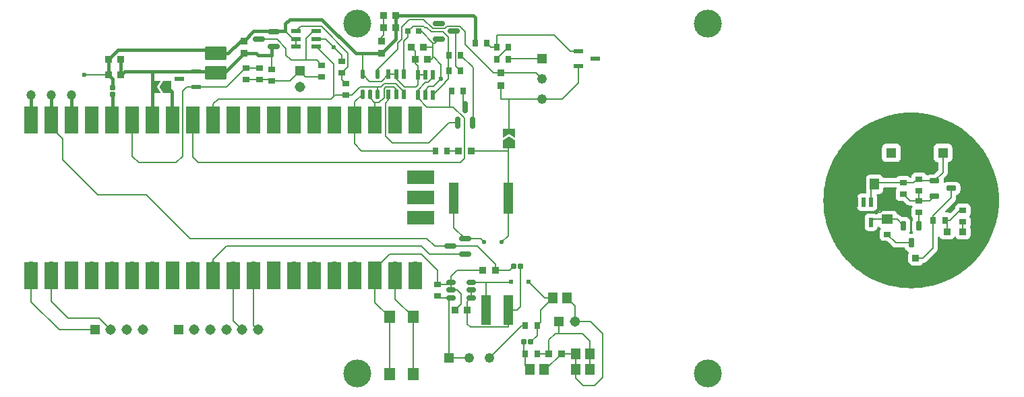
<source format=gbr>
%TF.GenerationSoftware,KiCad,Pcbnew,8.0.8*%
%TF.CreationDate,2025-02-09T17:01:19+02:00*%
%TF.ProjectId,gamma-spectrometer,67616d6d-612d-4737-9065-6374726f6d65,v0.0.4*%
%TF.SameCoordinates,Original*%
%TF.FileFunction,Copper,L1,Top*%
%TF.FilePolarity,Positive*%
%FSLAX46Y46*%
G04 Gerber Fmt 4.6, Leading zero omitted, Abs format (unit mm)*
G04 Created by KiCad (PCBNEW 8.0.8) date 2025-02-09 17:01:19*
%MOMM*%
%LPD*%
G01*
G04 APERTURE LIST*
G04 Aperture macros list*
%AMRoundRect*
0 Rectangle with rounded corners*
0 $1 Rounding radius*
0 $2 $3 $4 $5 $6 $7 $8 $9 X,Y pos of 4 corners*
0 Add a 4 corners polygon primitive as box body*
4,1,4,$2,$3,$4,$5,$6,$7,$8,$9,$2,$3,0*
0 Add four circle primitives for the rounded corners*
1,1,$1+$1,$2,$3*
1,1,$1+$1,$4,$5*
1,1,$1+$1,$6,$7*
1,1,$1+$1,$8,$9*
0 Add four rect primitives between the rounded corners*
20,1,$1+$1,$2,$3,$4,$5,0*
20,1,$1+$1,$4,$5,$6,$7,0*
20,1,$1+$1,$6,$7,$8,$9,0*
20,1,$1+$1,$8,$9,$2,$3,0*%
%AMFreePoly0*
4,1,6,1.000000,0.000000,0.500000,-0.750000,-0.500000,-0.750000,-0.500000,0.750000,0.500000,0.750000,1.000000,0.000000,1.000000,0.000000,$1*%
%AMFreePoly1*
4,1,6,0.500000,-0.750000,-0.650000,-0.750000,-0.150000,0.000000,-0.650000,0.750000,0.500000,0.750000,0.500000,-0.750000,0.500000,-0.750000,$1*%
G04 Aperture macros list end*
%TA.AperFunction,SMDPad,CuDef*%
%ADD10RoundRect,0.072500X0.217500X-0.532500X0.217500X0.532500X-0.217500X0.532500X-0.217500X-0.532500X0*%
%TD*%
%TA.AperFunction,ComponentPad*%
%ADD11R,1.308000X1.308000*%
%TD*%
%TA.AperFunction,ComponentPad*%
%ADD12C,1.308000*%
%TD*%
%TA.AperFunction,SMDPad,CuDef*%
%ADD13R,0.900000X0.650000*%
%TD*%
%TA.AperFunction,SMDPad,CuDef*%
%ADD14R,0.650000X0.900000*%
%TD*%
%TA.AperFunction,SMDPad,CuDef*%
%ADD15R,1.450000X1.150000*%
%TD*%
%TA.AperFunction,SMDPad,CuDef*%
%ADD16RoundRect,0.075000X-0.540000X-0.225000X0.540000X-0.225000X0.540000X0.225000X-0.540000X0.225000X0*%
%TD*%
%TA.AperFunction,SMDPad,CuDef*%
%ADD17RoundRect,0.075000X0.260000X-0.225000X0.260000X0.225000X-0.260000X0.225000X-0.260000X-0.225000X0*%
%TD*%
%TA.AperFunction,SMDPad,CuDef*%
%ADD18RoundRect,0.108750X0.356250X-0.326250X0.356250X0.326250X-0.356250X0.326250X-0.356250X-0.326250X0*%
%TD*%
%TA.AperFunction,SMDPad,CuDef*%
%ADD19R,0.600000X0.600000*%
%TD*%
%TA.AperFunction,SMDPad,CuDef*%
%ADD20RoundRect,0.108750X0.326250X0.356250X-0.326250X0.356250X-0.326250X-0.356250X0.326250X-0.356250X0*%
%TD*%
%TA.AperFunction,SMDPad,CuDef*%
%ADD21R,1.150000X1.450000*%
%TD*%
%TA.AperFunction,SMDPad,CuDef*%
%ADD22RoundRect,0.075000X-0.225000X-0.260000X0.225000X-0.260000X0.225000X0.260000X-0.225000X0.260000X0*%
%TD*%
%TA.AperFunction,SMDPad,CuDef*%
%ADD23RoundRect,0.147500X-0.467500X-0.147500X0.467500X-0.147500X0.467500X0.147500X-0.467500X0.147500X0*%
%TD*%
%TA.AperFunction,ComponentPad*%
%ADD24R,1.218000X1.218000*%
%TD*%
%TA.AperFunction,ComponentPad*%
%ADD25C,1.218000*%
%TD*%
%TA.AperFunction,SMDPad,CuDef*%
%ADD26R,0.870000X0.930000*%
%TD*%
%TA.AperFunction,SMDPad,CuDef*%
%ADD27RoundRect,0.075000X0.225000X0.260000X-0.225000X0.260000X-0.225000X-0.260000X0.225000X-0.260000X0*%
%TD*%
%TA.AperFunction,SMDPad,CuDef*%
%ADD28RoundRect,0.150000X-0.460000X-0.150000X0.460000X-0.150000X0.460000X0.150000X-0.460000X0.150000X0*%
%TD*%
%TA.AperFunction,SMDPad,CuDef*%
%ADD29RoundRect,0.150000X0.587500X0.150000X-0.587500X0.150000X-0.587500X-0.150000X0.587500X-0.150000X0*%
%TD*%
%TA.AperFunction,SMDPad,CuDef*%
%ADD30FreePoly0,180.000000*%
%TD*%
%TA.AperFunction,SMDPad,CuDef*%
%ADD31FreePoly1,180.000000*%
%TD*%
%TA.AperFunction,SMDPad,CuDef*%
%ADD32RoundRect,0.108750X-0.356250X0.326250X-0.356250X-0.326250X0.356250X-0.326250X0.356250X0.326250X0*%
%TD*%
%TA.AperFunction,SMDPad,CuDef*%
%ADD33RoundRect,0.108750X-0.326250X-0.356250X0.326250X-0.356250X0.326250X0.356250X-0.326250X0.356250X0*%
%TD*%
%TA.AperFunction,SMDPad,CuDef*%
%ADD34R,1.295400X3.937000*%
%TD*%
%TA.AperFunction,SMDPad,CuDef*%
%ADD35FreePoly0,90.000000*%
%TD*%
%TA.AperFunction,SMDPad,CuDef*%
%ADD36FreePoly1,90.000000*%
%TD*%
%TA.AperFunction,SMDPad,CuDef*%
%ADD37R,1.200000X3.700000*%
%TD*%
%TA.AperFunction,SMDPad,CuDef*%
%ADD38RoundRect,0.073750X-0.221250X0.531250X-0.221250X-0.531250X0.221250X-0.531250X0.221250X0.531250X0*%
%TD*%
%TA.AperFunction,SMDPad,CuDef*%
%ADD39RoundRect,0.125000X-0.125000X-0.125000X0.125000X-0.125000X0.125000X0.125000X-0.125000X0.125000X0*%
%TD*%
%TA.AperFunction,SMDPad,CuDef*%
%ADD40RoundRect,0.147500X0.147500X-0.457500X0.147500X0.457500X-0.147500X0.457500X-0.147500X-0.457500X0*%
%TD*%
%TA.AperFunction,SMDPad,CuDef*%
%ADD41RoundRect,0.147500X0.467500X0.147500X-0.467500X0.147500X-0.467500X-0.147500X0.467500X-0.147500X0*%
%TD*%
%TA.AperFunction,SMDPad,CuDef*%
%ADD42RoundRect,0.072500X0.532500X0.217500X-0.532500X0.217500X-0.532500X-0.217500X0.532500X-0.217500X0*%
%TD*%
%TA.AperFunction,SMDPad,CuDef*%
%ADD43RoundRect,0.213750X-1.141250X0.641250X-1.141250X-0.641250X1.141250X-0.641250X1.141250X0.641250X0*%
%TD*%
%TA.AperFunction,SMDPad,CuDef*%
%ADD44RoundRect,0.150000X0.150000X-0.587500X0.150000X0.587500X-0.150000X0.587500X-0.150000X-0.587500X0*%
%TD*%
%TA.AperFunction,SMDPad,CuDef*%
%ADD45R,0.810000X0.930000*%
%TD*%
%TA.AperFunction,SMDPad,CuDef*%
%ADD46R,1.400000X1.600000*%
%TD*%
%TA.AperFunction,SMDPad,CuDef*%
%ADD47RoundRect,0.150000X-0.587500X-0.150000X0.587500X-0.150000X0.587500X0.150000X-0.587500X0.150000X0*%
%TD*%
%TA.AperFunction,SMDPad,CuDef*%
%ADD48RoundRect,0.075000X-0.225000X0.540000X-0.225000X-0.540000X0.225000X-0.540000X0.225000X0.540000X0*%
%TD*%
%TA.AperFunction,SMDPad,CuDef*%
%ADD49R,3.500000X1.700000*%
%TD*%
%TA.AperFunction,ComponentPad*%
%ADD50O,1.700000X1.700000*%
%TD*%
%TA.AperFunction,ComponentPad*%
%ADD51R,1.700000X1.700000*%
%TD*%
%TA.AperFunction,SMDPad,CuDef*%
%ADD52R,1.700000X3.500000*%
%TD*%
%TA.AperFunction,SMDPad,CuDef*%
%ADD53R,0.700000X0.700000*%
%TD*%
%TA.AperFunction,ViaPad*%
%ADD54C,0.600000*%
%TD*%
%TA.AperFunction,ViaPad*%
%ADD55C,3.500000*%
%TD*%
%TA.AperFunction,ViaPad*%
%ADD56C,1.200000*%
%TD*%
%TA.AperFunction,Conductor*%
%ADD57C,0.200000*%
%TD*%
%TA.AperFunction,Conductor*%
%ADD58C,0.400000*%
%TD*%
G04 APERTURE END LIST*
D10*
%TO.P,U4,1,OUT*%
%TO.N,Net-(D3-A)*%
X134395000Y-70905000D03*
%TO.P,U4,2,V-*%
%TO.N,GND*%
X135345000Y-70905000D03*
%TO.P,U4,3,+IN*%
%TO.N,SIG*%
X136295000Y-70905000D03*
%TO.P,U4,4,-IN*%
%TO.N,Net-(U4--IN)*%
X136295000Y-68395000D03*
%TO.P,U4,5,EN*%
%TO.N,VCC*%
X135345000Y-68395000D03*
%TO.P,U4,6,V+*%
X134395000Y-68395000D03*
%TD*%
D11*
%TO.P,J1,1,1*%
%TO.N,SDA*%
X97500000Y-100500000D03*
D12*
%TO.P,J1,2,2*%
%TO.N,SCL*%
X99500000Y-100500000D03*
%TO.P,J1,3,3*%
%TO.N,VCC*%
X101500000Y-100500000D03*
%TO.P,J1,4,4*%
%TO.N,GND*%
X103500000Y-100500000D03*
%TD*%
D13*
%TO.P,R6,1*%
%TO.N,Net-(U2--IN)*%
X129000000Y-69550000D03*
%TO.P,R6,2*%
%TO.N,SIG*%
X129000000Y-71000000D03*
%TD*%
%TO.P,R1,1*%
%TO.N,ANODE_IN*%
X126000000Y-68725000D03*
%TO.P,R1,2*%
%TO.N,Net-(D1-COM)*%
X126000000Y-67275000D03*
%TD*%
D14*
%TO.P,R15,2*%
%TO.N,Net-(D5-K)*%
X153025000Y-100000000D03*
%TO.P,R15,1*%
%TO.N,Net-(VR2-CW)*%
X151575000Y-100000000D03*
%TD*%
D12*
%TO.P,J4,2,2*%
%TO.N,GND*%
X157800000Y-99450000D03*
D11*
%TO.P,J4,1,1*%
%TO.N,PS_OUT*%
X155800000Y-99450000D03*
%TD*%
D15*
%TO.P,C19,1*%
%TO.N,Net-(Q3-B)*%
X197025000Y-86625000D03*
%TO.P,C19,2*%
%TO.N,GND1*%
X197025000Y-84825000D03*
%TD*%
D16*
%TO.P,Q4,1,C*%
%TO.N,PS_IN*%
X202965000Y-81775000D03*
%TO.P,Q4,2,B*%
%TO.N,Net-(Q4-B)*%
X202965000Y-83675000D03*
%TO.P,Q4,3,E*%
%TO.N,Net-(Q4-E)*%
X205085000Y-82725000D03*
%TD*%
D13*
%TO.P,R5,1*%
%TO.N,GND*%
X128500000Y-66775000D03*
%TO.P,R5,2*%
%TO.N,Net-(U2--IN)*%
X128500000Y-68225000D03*
%TD*%
D17*
%TO.P,FB1,2*%
%TO.N,VCC*%
X99700000Y-70065000D03*
%TO.P,FB1,1*%
%TO.N,Net-(U1-3V3)*%
X99700000Y-70935000D03*
%TD*%
D18*
%TO.P,C21,1*%
%TO.N,GND1*%
X204525000Y-89785000D03*
%TO.P,C21,2*%
%TO.N,Net-(C21-Pad2)*%
X204525000Y-88225000D03*
%TD*%
D14*
%TO.P,R20,1*%
%TO.N,Net-(Q4-E)*%
X202800000Y-86725000D03*
%TO.P,R20,2*%
%TO.N,Net-(C21-Pad2)*%
X204250000Y-86725000D03*
%TD*%
D19*
%TO.P,D5,1,K*%
%TO.N,Net-(D5-K)*%
X152000000Y-94500000D03*
%TO.P,D5,2,A*%
%TO.N,Net-(D5-A)*%
X149800000Y-94500000D03*
%TD*%
D20*
%TO.P,C16,2*%
%TO.N,PS_OUT*%
X154520000Y-103500000D03*
%TO.P,C16,1*%
%TO.N,GND*%
X156080000Y-103500000D03*
%TD*%
D21*
%TO.P,C15,2*%
%TO.N,GND*%
X157900000Y-105500000D03*
%TO.P,C15,1*%
%TO.N,PS_OUT*%
X159700000Y-105500000D03*
%TD*%
D22*
%TO.P,FB2,2*%
%TO.N,Net-(D5-K)*%
X152235000Y-102000000D03*
%TO.P,FB2,1*%
%TO.N,Net-(C13-Pad1)*%
X151365000Y-102000000D03*
%TD*%
D23*
%TO.P,U6,1,POS*%
%TO.N,VREF1*%
X158200000Y-65500000D03*
%TO.P,U6,2,NEG*%
%TO.N,GND*%
X158200000Y-67400000D03*
%TO.P,U6,3,NC*%
%TO.N,unconnected-(U6-NC-Pad3)*%
X160320000Y-66450000D03*
%TD*%
D11*
%TO.P,J5,1,1*%
%TO.N,ANODE_OUT*%
X197525000Y-78275000D03*
D12*
%TO.P,J5,2,2*%
%TO.N,GND1*%
X195525000Y-78275000D03*
%TD*%
D24*
%TO.P,VR1,1,CCW*%
%TO.N,Net-(VR1-CCW)*%
X153700000Y-66460000D03*
D25*
%TO.P,VR1,2,WIPER*%
%TO.N,Net-(U3-IN-)*%
X153700000Y-69000000D03*
%TO.P,VR1,3,CW*%
%TO.N,GND*%
X153700000Y-71540000D03*
%TD*%
D26*
%TO.P,C9,1*%
%TO.N,VCC*%
X137220000Y-65000000D03*
%TO.P,C9,2*%
%TO.N,GND*%
X138780000Y-65000000D03*
%TD*%
D14*
%TO.P,R8,1*%
%TO.N,Net-(VR1-CCW)*%
X149425000Y-66500000D03*
%TO.P,R8,2*%
%TO.N,Net-(R8-Pad2)*%
X147975000Y-66500000D03*
%TD*%
D13*
%TO.P,R4,1*%
%TO.N,ANODE_IN*%
X116500000Y-69045000D03*
%TO.P,R4,2*%
%TO.N,VREF*%
X116500000Y-67595000D03*
%TD*%
D20*
%TO.P,C10,1*%
%TO.N,GND*%
X139280000Y-66500000D03*
%TO.P,C10,2*%
%TO.N,VCC*%
X137720000Y-66500000D03*
%TD*%
D18*
%TO.P,C3,1*%
%TO.N,GND*%
X116200000Y-65780000D03*
%TO.P,C3,2*%
%TO.N,VCC*%
X116200000Y-64220000D03*
%TD*%
D14*
%TO.P,R13,1*%
%TO.N,VREF1*%
X146725000Y-64500000D03*
%TO.P,R13,2*%
%TO.N,VCC*%
X145275000Y-64500000D03*
%TD*%
D27*
%TO.P,FB3,1*%
%TO.N,Net-(U8-VCC)*%
X150935000Y-92500000D03*
%TO.P,FB3,2*%
%TO.N,+5V*%
X150065000Y-92500000D03*
%TD*%
D11*
%TO.P,J3,1,1*%
%TO.N,ANODE_IN*%
X123250000Y-68000000D03*
D12*
%TO.P,J3,2,2*%
%TO.N,GND*%
X123250000Y-70000000D03*
%TD*%
D26*
%TO.P,C11,1*%
%TO.N,Net-(U8-VCC)*%
X144280000Y-98000000D03*
%TO.P,C11,2*%
%TO.N,GND*%
X142720000Y-98000000D03*
%TD*%
D21*
%TO.P,C13,2*%
%TO.N,GND*%
X153900000Y-105500000D03*
%TO.P,C13,1*%
%TO.N,Net-(C13-Pad1)*%
X152100000Y-105500000D03*
%TD*%
D28*
%TO.P,U8,1,PGND*%
%TO.N,GND*%
X142255000Y-94550000D03*
%TO.P,U8,2,GND*%
X142255000Y-95500000D03*
%TO.P,U8,3,FB*%
%TO.N,Net-(U8-FB)*%
X142255000Y-96450000D03*
%TO.P,U8,4,~{SHDN}*%
%TO.N,Net-(U8-VCC)*%
X144745000Y-96450000D03*
%TO.P,U8,5,VCC*%
X144745000Y-95500000D03*
%TO.P,U8,6,LX*%
%TO.N,Net-(D5-A)*%
X144745000Y-94550000D03*
%TD*%
D21*
%TO.P,C17,1*%
%TO.N,PS_IN*%
X195425000Y-82225000D03*
%TO.P,C17,2*%
%TO.N,GND1*%
X193625000Y-82225000D03*
%TD*%
D13*
%TO.P,TH1,2*%
%TO.N,Net-(Q4-B)*%
X201025000Y-83025000D03*
%TO.P,TH1,1*%
%TO.N,PS_IN*%
X201025000Y-81575000D03*
%TD*%
D29*
%TO.P,D1,1,A*%
%TO.N,GND*%
X119937500Y-64950000D03*
%TO.P,D1,2,K*%
%TO.N,VCC*%
X119937500Y-63050000D03*
%TO.P,D1,3,COM*%
%TO.N,Net-(D1-COM)*%
X118062500Y-64000000D03*
%TD*%
D30*
%TO.P,JP1,1,A*%
%TO.N,Net-(JP1-A)*%
X106610000Y-70000000D03*
D31*
%TO.P,JP1,2,B*%
%TO.N,GND*%
X105160000Y-70000000D03*
%TD*%
D13*
%TO.P,R18,1*%
%TO.N,Net-(Q3-C)*%
X201000000Y-85725000D03*
%TO.P,R18,2*%
%TO.N,Net-(Q4-B)*%
X201000000Y-84275000D03*
%TD*%
D32*
%TO.P,C7,1*%
%TO.N,Net-(U3-IN-)*%
X148500000Y-68220000D03*
%TO.P,C7,2*%
%TO.N,GND*%
X148500000Y-69780000D03*
%TD*%
D14*
%TO.P,R10,1*%
%TO.N,Net-(D3-K)*%
X143425000Y-66000000D03*
%TO.P,R10,2*%
%TO.N,Net-(U4--IN)*%
X141975000Y-66000000D03*
%TD*%
D26*
%TO.P,C1,1*%
%TO.N,VCC*%
X99200000Y-66500000D03*
%TO.P,C1,2*%
%TO.N,GND*%
X100760000Y-66500000D03*
%TD*%
D13*
%TO.P,R3,1*%
%TO.N,ANODE_IN*%
X118200000Y-69045000D03*
%TO.P,R3,2*%
%TO.N,VREF*%
X118200000Y-67595000D03*
%TD*%
%TO.P,R19,1*%
%TO.N,GND1*%
X197025000Y-89950000D03*
%TO.P,R19,2*%
%TO.N,Net-(Q3-E)*%
X197025000Y-88500000D03*
%TD*%
D33*
%TO.P,C5,1*%
%TO.N,GND*%
X133720000Y-62500000D03*
%TO.P,C5,2*%
%TO.N,VCC*%
X135280000Y-62500000D03*
%TD*%
D26*
%TO.P,C18,1*%
%TO.N,+5V*%
X147780000Y-93000000D03*
%TO.P,C18,2*%
%TO.N,GND*%
X146220000Y-93000000D03*
%TD*%
D34*
%TO.P,LS1,1,1*%
%TO.N,Net-(D4-K)*%
X142596400Y-84000000D03*
%TO.P,LS1,2,2*%
%TO.N,IND*%
X149403600Y-84000000D03*
%TD*%
D14*
%TO.P,R16,2*%
%TO.N,Net-(C13-Pad1)*%
X151575000Y-103500000D03*
%TO.P,R16,1*%
%TO.N,PS_OUT*%
X153025000Y-103500000D03*
%TD*%
%TO.P,R12,1*%
%TO.N,Net-(U4--IN)*%
X141975000Y-68000000D03*
%TO.P,R12,2*%
%TO.N,Net-(Q1-D)*%
X143425000Y-68000000D03*
%TD*%
D18*
%TO.P,C22,1*%
%TO.N,GND1*%
X206525000Y-89785000D03*
%TO.P,C22,2*%
%TO.N,Net-(C22-Pad2)*%
X206525000Y-88225000D03*
%TD*%
D35*
%TO.P,JP2,1,A*%
%TO.N,IND*%
X149500000Y-77225000D03*
D36*
%TO.P,JP2,2,B*%
%TO.N,GND*%
X149500000Y-75775000D03*
%TD*%
D37*
%TO.P,L1,2*%
%TO.N,Net-(U8-VCC)*%
X149400000Y-98000000D03*
%TO.P,L1,1*%
%TO.N,Net-(D5-A)*%
X146600000Y-98000000D03*
%TD*%
D13*
%TO.P,R17,1*%
%TO.N,PS_IN*%
X199025000Y-82000000D03*
%TO.P,R17,2*%
%TO.N,Net-(Q4-B)*%
X199025000Y-83450000D03*
%TD*%
D26*
%TO.P,C4,1*%
%TO.N,VCC*%
X135280000Y-61000000D03*
%TO.P,C4,2*%
%TO.N,GND*%
X133720000Y-61000000D03*
%TD*%
D33*
%TO.P,C20,1*%
%TO.N,GND1*%
X199025000Y-91500000D03*
%TO.P,C20,2*%
%TO.N,Net-(Q4-E)*%
X200585000Y-91500000D03*
%TD*%
D38*
%TO.P,VR3,1,IN*%
%TO.N,PS_IN*%
X194975000Y-84470000D03*
%TO.P,VR3,2,NC*%
%TO.N,unconnected-(VR3-NC-Pad2)*%
X194025000Y-84470000D03*
%TO.P,VR3,3,GND*%
%TO.N,GND1*%
X193075000Y-84470000D03*
%TO.P,VR3,4,GND*%
X193075000Y-86980000D03*
%TO.P,VR3,5,OUT*%
%TO.N,Net-(Q3-B)*%
X194975000Y-86980000D03*
%TD*%
D24*
%TO.P,VR2,1,CCW*%
%TO.N,Net-(U8-FB)*%
X142000000Y-104000000D03*
D25*
%TO.P,VR2,2,WIPER*%
X144540000Y-104000000D03*
%TO.P,VR2,3,CW*%
%TO.N,Net-(VR2-CW)*%
X147080000Y-104000000D03*
%TD*%
D39*
%TO.P,D4,1,K*%
%TO.N,Net-(D4-K)*%
X146400000Y-89500000D03*
%TO.P,D4,2,A*%
%TO.N,IND*%
X148600000Y-89500000D03*
%TD*%
D40*
%TO.P,U3,1,OUT*%
%TO.N,INT*%
X131100000Y-70905000D03*
%TO.P,U3,2,GND*%
%TO.N,GND*%
X132050000Y-70905000D03*
%TO.P,U3,3,IN+*%
%TO.N,SIG*%
X133000000Y-70905000D03*
%TO.P,U3,4,IN-*%
%TO.N,Net-(U3-IN-)*%
X133000000Y-68395000D03*
%TO.P,U3,5,VCC*%
%TO.N,VCC*%
X131100000Y-68395000D03*
%TD*%
D41*
%TO.P,U7,1,POS*%
%TO.N,VREF*%
X110260000Y-69950000D03*
%TO.P,U7,2,NEG*%
%TO.N,GND*%
X110260000Y-68050000D03*
%TO.P,U7,3,NC*%
%TO.N,unconnected-(U7-NC-Pad3)*%
X108140000Y-69000000D03*
%TD*%
D13*
%TO.P,R2,1*%
%TO.N,GND*%
X119700000Y-67775000D03*
%TO.P,R2,2*%
%TO.N,ANODE_IN*%
X119700000Y-69225000D03*
%TD*%
D42*
%TO.P,U2,1,OUT*%
%TO.N,SIG*%
X125255000Y-64900000D03*
%TO.P,U2,2,V-*%
%TO.N,GND*%
X125255000Y-63950000D03*
%TO.P,U2,3,+IN*%
%TO.N,Net-(D1-COM)*%
X125255000Y-63000000D03*
%TO.P,U2,4,-IN*%
%TO.N,Net-(U2--IN)*%
X122745000Y-63000000D03*
%TO.P,U2,5,EN*%
%TO.N,VCC*%
X122745000Y-63950000D03*
%TO.P,U2,6,V+*%
X122745000Y-64900000D03*
%TD*%
D14*
%TO.P,R9,1*%
%TO.N,VREF1*%
X147975000Y-65000000D03*
%TO.P,R9,2*%
%TO.N,Net-(R8-Pad2)*%
X149425000Y-65000000D03*
%TD*%
D43*
%TO.P,C3,1*%
%TO.N,VCC*%
X112700000Y-65795000D03*
%TO.P,C3,2*%
%TO.N,GND*%
X112700000Y-68205000D03*
%TD*%
D44*
%TO.P,D3,1,A*%
%TO.N,Net-(D3-A)*%
X143050000Y-74437500D03*
%TO.P,D3,2,K*%
%TO.N,Net-(D3-K)*%
X144950000Y-74437500D03*
%TO.P,D3,3,COM*%
%TO.N,Net-(D3-COM)*%
X144000000Y-72562500D03*
%TD*%
D11*
%TO.P,J6,1,1*%
%TO.N,PS_IN*%
X204025000Y-78275000D03*
D12*
%TO.P,J6,2,2*%
%TO.N,GND1*%
X202025000Y-78275000D03*
%TD*%
D45*
%TO.P,D2,A*%
%TO.N,Net-(D2-PadA)*%
X143190000Y-78000000D03*
%TO.P,D2,C*%
%TO.N,IND*%
X144810000Y-78000000D03*
%TD*%
D29*
%TO.P,Q2,1,G*%
%TO.N,TCKR*%
X144000000Y-90950000D03*
%TO.P,Q2,2,S*%
%TO.N,Net-(D4-K)*%
X144000000Y-89050000D03*
%TO.P,Q2,3,D*%
%TO.N,+5V*%
X142125000Y-90000000D03*
%TD*%
D21*
%TO.P,C14,2*%
%TO.N,GND*%
X157900000Y-103500000D03*
%TO.P,C14,1*%
%TO.N,PS_OUT*%
X159700000Y-103500000D03*
%TD*%
D13*
%TO.P,R14,1*%
%TO.N,GND*%
X140500000Y-94775000D03*
%TO.P,R14,2*%
%TO.N,Net-(U8-FB)*%
X140500000Y-96225000D03*
%TD*%
D46*
%TO.P,SW1,1,1*%
%TO.N,Net-(U1-GPIO14)*%
X137500000Y-106100000D03*
%TO.P,SW1,2,2*%
X137500000Y-98900000D03*
%TO.P,SW1,3,3*%
%TO.N,GND*%
X134500000Y-106100000D03*
%TO.P,SW1,4,4*%
X134500000Y-98900000D03*
%TD*%
D13*
%TO.P,R21,1*%
%TO.N,Net-(C21-Pad2)*%
X206525000Y-85500000D03*
%TO.P,R21,2*%
%TO.N,Net-(C22-Pad2)*%
X206525000Y-86950000D03*
%TD*%
D14*
%TO.P,R7,1*%
%TO.N,Net-(D2-PadA)*%
X141725000Y-78000000D03*
%TO.P,R7,2*%
%TO.N,INT*%
X140275000Y-78000000D03*
%TD*%
D10*
%TO.P,U5,1,OUT*%
%TO.N,PEAK*%
X138050000Y-71010000D03*
%TO.P,U5,2,V-*%
%TO.N,GND*%
X139000000Y-71010000D03*
%TO.P,U5,3,+IN*%
%TO.N,Net-(U4--IN)*%
X139950000Y-71010000D03*
%TO.P,U5,4,-IN*%
%TO.N,PEAK*%
X139950000Y-68500000D03*
%TO.P,U5,5,EN*%
%TO.N,VCC*%
X139000000Y-68500000D03*
%TO.P,U5,6,V+*%
X138050000Y-68500000D03*
%TD*%
D32*
%TO.P,C6,2*%
%TO.N,VCC*%
X133500000Y-65780000D03*
%TO.P,C6,1*%
%TO.N,GND*%
X133500000Y-64220000D03*
%TD*%
D47*
%TO.P,Q1,3,D*%
%TO.N,Net-(Q1-D)*%
X142575000Y-63000000D03*
%TO.P,Q1,2,S*%
%TO.N,GND*%
X140700000Y-63950000D03*
%TO.P,Q1,1,G*%
%TO.N,RST*%
X140700000Y-62050000D03*
%TD*%
D21*
%TO.P,C12,2*%
%TO.N,GND*%
X156800000Y-96500000D03*
%TO.P,C12,1*%
%TO.N,Net-(D5-K)*%
X155000000Y-96500000D03*
%TD*%
D48*
%TO.P,Q3,1,C*%
%TO.N,Net-(Q3-C)*%
X200975000Y-87440000D03*
%TO.P,Q3,2,B*%
%TO.N,Net-(Q3-B)*%
X199075000Y-87440000D03*
%TO.P,Q3,3,E*%
%TO.N,Net-(Q3-E)*%
X200025000Y-89560000D03*
%TD*%
D26*
%TO.P,C2,1*%
%TO.N,VCC*%
X99200000Y-68500000D03*
%TO.P,C2,2*%
%TO.N,GND*%
X100760000Y-68500000D03*
%TD*%
D14*
%TO.P,R11,1*%
%TO.N,Net-(D3-COM)*%
X143725000Y-70500000D03*
%TO.P,R11,2*%
%TO.N,PEAK*%
X142275000Y-70500000D03*
%TD*%
D12*
%TO.P,J2,6,6*%
%TO.N,UART1RX*%
X118000000Y-100500000D03*
%TO.P,J2,5,5*%
%TO.N,UART1TX*%
X116000000Y-100500000D03*
%TO.P,J2,4,4*%
%TO.N,CS*%
X114000000Y-100500000D03*
%TO.P,J2,3,3*%
%TO.N,RX*%
X112000000Y-100500000D03*
%TO.P,J2,2,2*%
%TO.N,TX*%
X110000000Y-100500000D03*
D11*
%TO.P,J2,1,1*%
%TO.N,SCK*%
X108000000Y-100500000D03*
%TD*%
D49*
%TO.P,U1,43,SWDIO*%
%TO.N,unconnected-(U1-SWDIO-Pad43)*%
X138430000Y-81350000D03*
D50*
%TO.N,unconnected-(U1-SWDIO-Pad43)_1*%
X137530000Y-81350000D03*
D49*
%TO.P,U1,42,GND*%
%TO.N,GND*%
X138430000Y-83890000D03*
D51*
X137530000Y-83890000D03*
D49*
%TO.P,U1,41,SWCLK*%
%TO.N,unconnected-(U1-SWCLK-Pad41)*%
X138430000Y-86430000D03*
D50*
%TO.N,unconnected-(U1-SWCLK-Pad41)_1*%
X137530000Y-86430000D03*
D52*
%TO.P,U1,40,VBUS*%
%TO.N,unconnected-(U1-VBUS-Pad40)*%
X89500000Y-74100000D03*
D50*
X89500000Y-75000000D03*
D52*
%TO.P,U1,39,VSYS*%
%TO.N,+5V*%
X92040000Y-74100000D03*
D50*
X92040000Y-75000000D03*
D52*
%TO.P,U1,38,GND*%
%TO.N,GND*%
X94580000Y-74100000D03*
D51*
X94580000Y-75000000D03*
D52*
%TO.P,U1,37,3V3_EN*%
%TO.N,unconnected-(U1-3V3_EN-Pad37)*%
X97120000Y-74100000D03*
D50*
%TO.N,unconnected-(U1-3V3_EN-Pad37)_1*%
X97120000Y-75000000D03*
D52*
%TO.P,U1,36,3V3*%
%TO.N,Net-(U1-3V3)*%
X99660000Y-74100000D03*
D50*
X99660000Y-75000000D03*
D52*
%TO.P,U1,35,ADC_VREF*%
%TO.N,VREF*%
X102200000Y-74100000D03*
D50*
X102200000Y-75000000D03*
D52*
%TO.P,U1,34,GPIO28_ADC2*%
%TO.N,GND*%
X104740000Y-74100000D03*
D50*
X104740000Y-75000000D03*
D52*
%TO.P,U1,33,AGND*%
%TO.N,Net-(JP1-A)*%
X107280000Y-74100000D03*
D51*
X107280000Y-75000000D03*
D52*
%TO.P,U1,32,GPIO27_ADC1*%
%TO.N,PEAK*%
X109820000Y-74100000D03*
D50*
X109820000Y-75000000D03*
D52*
%TO.P,U1,31,GPIO26_ADC0*%
%TO.N,SIG*%
X112360000Y-74100000D03*
D50*
X112360000Y-75000000D03*
D52*
%TO.P,U1,30,RUN*%
%TO.N,unconnected-(U1-RUN-Pad30)*%
X114900000Y-74100000D03*
D50*
%TO.N,unconnected-(U1-RUN-Pad30)_1*%
X114900000Y-75000000D03*
D52*
%TO.P,U1,29,GPIO22*%
%TO.N,RST*%
X117440000Y-74100000D03*
D50*
X117440000Y-75000000D03*
D52*
%TO.P,U1,28,GND*%
%TO.N,GND*%
X119980000Y-74100000D03*
D51*
X119980000Y-75000000D03*
D52*
%TO.P,U1,27,GPIO21*%
%TO.N,unconnected-(U1-GPIO21-Pad27)*%
X122520000Y-74100000D03*
D50*
%TO.N,unconnected-(U1-GPIO21-Pad27)_1*%
X122520000Y-75000000D03*
D52*
%TO.P,U1,26,GPIO20*%
%TO.N,unconnected-(U1-GPIO20-Pad26)_1*%
X125060000Y-74100000D03*
D50*
%TO.N,unconnected-(U1-GPIO20-Pad26)*%
X125060000Y-75000000D03*
D52*
%TO.P,U1,25,GPIO19*%
%TO.N,unconnected-(U1-GPIO19-Pad25)_1*%
X127600000Y-74100000D03*
D50*
%TO.N,unconnected-(U1-GPIO19-Pad25)*%
X127600000Y-75000000D03*
D52*
%TO.P,U1,24,GPIO18*%
%TO.N,INT*%
X130140000Y-74100000D03*
D50*
X130140000Y-75000000D03*
D52*
%TO.P,U1,23,GND*%
%TO.N,GND*%
X132680000Y-74100000D03*
D51*
X132680000Y-75000000D03*
D52*
%TO.P,U1,22,GPIO17*%
%TO.N,unconnected-(U1-GPIO17-Pad22)_1*%
X135220000Y-74100000D03*
D50*
%TO.N,unconnected-(U1-GPIO17-Pad22)*%
X135220000Y-75000000D03*
D52*
%TO.P,U1,21,GPIO16*%
%TO.N,unconnected-(U1-GPIO16-Pad21)_1*%
X137760000Y-74100000D03*
D50*
%TO.N,unconnected-(U1-GPIO16-Pad21)*%
X137760000Y-75000000D03*
D52*
%TO.P,U1,20,GPIO15*%
%TO.N,unconnected-(U1-GPIO15-Pad20)*%
X137760000Y-93680000D03*
D50*
%TO.N,unconnected-(U1-GPIO15-Pad20)_1*%
X137760000Y-92780000D03*
D52*
%TO.P,U1,19,GPIO14*%
%TO.N,Net-(U1-GPIO14)*%
X135220000Y-93680000D03*
D50*
X135220000Y-92780000D03*
D52*
%TO.P,U1,18,GND*%
%TO.N,GND*%
X132680000Y-93680000D03*
D51*
X132680000Y-92780000D03*
D52*
%TO.P,U1,17,GPIO13*%
%TO.N,unconnected-(U1-GPIO13-Pad17)_1*%
X130140000Y-93680000D03*
D50*
%TO.N,unconnected-(U1-GPIO13-Pad17)*%
X130140000Y-92780000D03*
D52*
%TO.P,U1,16,GPIO12*%
%TO.N,unconnected-(U1-GPIO12-Pad16)*%
X127600000Y-93680000D03*
D50*
%TO.N,unconnected-(U1-GPIO12-Pad16)_1*%
X127600000Y-92780000D03*
D52*
%TO.P,U1,15,GPIO11*%
%TO.N,unconnected-(U1-GPIO11-Pad15)*%
X125060000Y-93680000D03*
D50*
%TO.N,unconnected-(U1-GPIO11-Pad15)_1*%
X125060000Y-92780000D03*
D52*
%TO.P,U1,14,GPIO10*%
%TO.N,unconnected-(U1-GPIO10-Pad14)*%
X122520000Y-93680000D03*
D50*
%TO.N,unconnected-(U1-GPIO10-Pad14)_1*%
X122520000Y-92780000D03*
D52*
%TO.P,U1,13,GND*%
%TO.N,GND*%
X119980000Y-93680000D03*
D51*
X119980000Y-92780000D03*
D52*
%TO.P,U1,12,GPIO9*%
%TO.N,UART1RX*%
X117440000Y-93680000D03*
D50*
X117440000Y-92780000D03*
D52*
%TO.P,U1,11,GPIO8*%
%TO.N,UART1TX*%
X114900000Y-93680000D03*
D50*
X114900000Y-92780000D03*
D52*
%TO.P,U1,10,GPIO7*%
%TO.N,TCKR*%
X112360000Y-93680000D03*
D50*
X112360000Y-92780000D03*
D52*
%TO.P,U1,9,GPIO6*%
%TO.N,unconnected-(U1-GPIO6-Pad9)_1*%
X109820000Y-93680000D03*
D50*
%TO.N,unconnected-(U1-GPIO6-Pad9)*%
X109820000Y-92780000D03*
D52*
%TO.P,U1,8,GND*%
%TO.N,GND*%
X107280000Y-93680000D03*
D51*
X107280000Y-92780000D03*
D52*
%TO.P,U1,7,GPIO5*%
%TO.N,CS*%
X104740000Y-93680000D03*
D50*
X104740000Y-92780000D03*
D52*
%TO.P,U1,6,GPIO4*%
%TO.N,RX*%
X102200000Y-93680000D03*
D50*
X102200000Y-92780000D03*
D52*
%TO.P,U1,5,GPIO3*%
%TO.N,TX*%
X99660000Y-93680000D03*
D50*
X99660000Y-92780000D03*
D52*
%TO.P,U1,4,GPIO2*%
%TO.N,SCK*%
X97120000Y-93680000D03*
D50*
X97120000Y-92780000D03*
D52*
%TO.P,U1,3,GND*%
%TO.N,GND*%
X94580000Y-93680000D03*
D51*
X94580000Y-92780000D03*
D52*
%TO.P,U1,2,GPIO1*%
%TO.N,SCL*%
X92040000Y-93680000D03*
D50*
X92040000Y-92780000D03*
D52*
%TO.P,U1,1,GPIO0*%
%TO.N,SDA*%
X89500000Y-93680000D03*
D50*
X89500000Y-92780000D03*
%TD*%
D53*
%TO.P,C8,2*%
%TO.N,Net-(U4--IN)*%
X136850000Y-63000000D03*
%TO.P,C8,1*%
%TO.N,GND*%
X138150000Y-63000000D03*
%TD*%
D54*
%TO.N,GND*%
X127500000Y-65000000D03*
D55*
%TO.N,*%
X174470000Y-62000000D03*
X174470000Y-106000000D03*
X130500000Y-62000000D03*
X130500000Y-106000000D03*
D56*
%TO.N,unconnected-(U1-VBUS-Pad40)*%
X89500000Y-71000000D03*
D54*
%TO.N,GND*%
X141000000Y-69000000D03*
D56*
X94550000Y-71000000D03*
D54*
X133720000Y-61000000D03*
D56*
%TO.N,+5V*%
X92050000Y-71000000D03*
D54*
%TO.N,RST*%
X140700000Y-62050000D03*
%TO.N,VCC*%
X96200000Y-68500000D03*
%TO.N,Net-(C22-Pad2)*%
X206525000Y-88225000D03*
%TD*%
D57*
%TO.N,Net-(U8-FB)*%
X140725000Y-96450000D02*
X142255000Y-96450000D01*
X140500000Y-96225000D02*
X140725000Y-96450000D01*
%TO.N,Net-(U8-VCC)*%
X150500000Y-98000000D02*
X149400000Y-98000000D01*
X150935000Y-97565000D02*
X150500000Y-98000000D01*
X150935000Y-92500000D02*
X150935000Y-97565000D01*
%TO.N,+5V*%
X147780000Y-93000000D02*
X149565000Y-93000000D01*
X149565000Y-93000000D02*
X150065000Y-92500000D01*
%TO.N,GND*%
X142255000Y-93745000D02*
X142255000Y-94550000D01*
X143000000Y-93000000D02*
X142255000Y-93745000D01*
X146220000Y-93000000D02*
X143000000Y-93000000D01*
X142255000Y-94550000D02*
X141755000Y-94550000D01*
%TO.N,+5V*%
X145500000Y-90000000D02*
X142125000Y-90000000D01*
X147780000Y-92280000D02*
X145500000Y-90000000D01*
X147780000Y-93000000D02*
X147780000Y-92280000D01*
%TO.N,Net-(D4-K)*%
X145950000Y-89050000D02*
X146400000Y-89500000D01*
X144000000Y-89050000D02*
X145950000Y-89050000D01*
X142596400Y-87646400D02*
X142596400Y-84000000D01*
X144000000Y-89050000D02*
X142596400Y-87646400D01*
%TO.N,IND*%
X149403600Y-77321400D02*
X149500000Y-77225000D01*
X149403600Y-88696400D02*
X149403600Y-77321400D01*
X148600000Y-89500000D02*
X149403600Y-88696400D01*
%TO.N,TCKR*%
X112360000Y-91640000D02*
X112360000Y-92870000D01*
X114000000Y-90000000D02*
X112360000Y-91640000D01*
X139500000Y-91000000D02*
X138500000Y-90000000D01*
X143950000Y-91000000D02*
X139500000Y-91000000D01*
X144000000Y-90950000D02*
X143950000Y-91000000D01*
X138500000Y-90000000D02*
X114000000Y-90000000D01*
%TO.N,+5V*%
X109500000Y-89000000D02*
X139175000Y-89000000D01*
X104000000Y-83500000D02*
X109500000Y-89000000D01*
X97840635Y-83500000D02*
X104000000Y-83500000D01*
X93500000Y-79159365D02*
X97840635Y-83500000D01*
X93500000Y-76550000D02*
X93500000Y-79159365D01*
X92040000Y-75090000D02*
X93500000Y-76550000D01*
X139175000Y-89000000D02*
X140175000Y-90000000D01*
X140175000Y-90000000D02*
X142125000Y-90000000D01*
%TO.N,GND*%
X140100000Y-66300000D02*
X139980000Y-66300000D01*
X141000000Y-67200000D02*
X140100000Y-66300000D01*
X141000000Y-69000000D02*
X141000000Y-67200000D01*
X139780000Y-66500000D02*
X139980000Y-66300000D01*
X139280000Y-66500000D02*
X139780000Y-66500000D01*
X139980000Y-66300000D02*
X139980000Y-65000000D01*
%TO.N,VCC*%
X137720000Y-65500000D02*
X137220000Y-65000000D01*
X137720000Y-67040000D02*
X137720000Y-65500000D01*
X138050000Y-67370000D02*
X137720000Y-67040000D01*
X138050000Y-68500000D02*
X138050000Y-67370000D01*
%TO.N,GND*%
X154080000Y-105500000D02*
X156080000Y-103500000D01*
X153900000Y-105500000D02*
X154080000Y-105500000D01*
%TO.N,Net-(C13-Pad1)*%
X151575000Y-104975000D02*
X151575000Y-103500000D01*
X152100000Y-105500000D02*
X151575000Y-104975000D01*
D58*
%TO.N,VCC*%
X130280000Y-65780000D02*
X130980000Y-65780000D01*
X126000000Y-61500000D02*
X130280000Y-65780000D01*
X122000000Y-61500000D02*
X126000000Y-61500000D01*
X121437500Y-62062500D02*
X122000000Y-61500000D01*
X121437500Y-63000000D02*
X121437500Y-62062500D01*
D57*
%TO.N,Net-(U2--IN)*%
X123335000Y-62410000D02*
X122745000Y-63000000D01*
X129250000Y-67475000D02*
X129250000Y-65716198D01*
X129250000Y-65716198D02*
X125943802Y-62410000D01*
X128500000Y-68225000D02*
X129250000Y-67475000D01*
X125943802Y-62410000D02*
X123335000Y-62410000D01*
%TO.N,SIG*%
X127500000Y-71000000D02*
X127600000Y-71100000D01*
X127500000Y-67145000D02*
X127500000Y-71000000D01*
X125255000Y-64900000D02*
X127500000Y-67145000D01*
%TO.N,GND*%
X128500000Y-66000000D02*
X128500000Y-66775000D01*
X127500000Y-65000000D02*
X128500000Y-66000000D01*
X126450000Y-63950000D02*
X127500000Y-65000000D01*
X125255000Y-63950000D02*
X126450000Y-63950000D01*
%TO.N,Net-(D1-COM)*%
X124000000Y-63926198D02*
X124000000Y-66625000D01*
X124926198Y-63000000D02*
X124000000Y-63926198D01*
X125255000Y-63000000D02*
X124926198Y-63000000D01*
%TO.N,VCC*%
X122387500Y-63950000D02*
X121437500Y-63000000D01*
X122745000Y-63950000D02*
X122387500Y-63950000D01*
X122745000Y-64900000D02*
X122745000Y-63950000D01*
D58*
%TO.N,Net-(U1-3V3)*%
X99700000Y-75050000D02*
X99700000Y-70935000D01*
X99660000Y-75090000D02*
X99700000Y-75050000D01*
%TO.N,VCC*%
X99700000Y-70065000D02*
X99700000Y-69000000D01*
X99700000Y-69000000D02*
X99200000Y-68500000D01*
D57*
%TO.N,PEAK*%
X143895000Y-73904448D02*
X142490552Y-72500000D01*
X143395000Y-79500000D02*
X143895000Y-79000000D01*
X110500000Y-79500000D02*
X143395000Y-79500000D01*
X143895000Y-79000000D02*
X143895000Y-73904448D01*
X109820000Y-75090000D02*
X109820000Y-78820000D01*
X109820000Y-78820000D02*
X110500000Y-79500000D01*
X142490552Y-72500000D02*
X142100000Y-72500000D01*
%TO.N,Net-(D3-COM)*%
X143725000Y-72287500D02*
X144000000Y-72562500D01*
X143725000Y-70500000D02*
X143725000Y-72287500D01*
%TO.N,IND*%
X149403600Y-78000000D02*
X149403600Y-79765000D01*
X144810000Y-78000000D02*
X149403600Y-78000000D01*
%TO.N,INT*%
X131000000Y-78000000D02*
X140275000Y-78000000D01*
X130140000Y-77140000D02*
X131000000Y-78000000D01*
X130140000Y-71865000D02*
X130140000Y-77140000D01*
X131100000Y-70905000D02*
X130140000Y-71865000D01*
%TO.N,Net-(D2-PadA)*%
X141725000Y-78000000D02*
X143190000Y-78000000D01*
%TO.N,Net-(D3-A)*%
X139400000Y-77000000D02*
X134830000Y-77000000D01*
X134000000Y-76170000D02*
X134000000Y-72000000D01*
X134395000Y-71605000D02*
X134395000Y-70905000D01*
X141962500Y-74437500D02*
X139400000Y-77000000D01*
X134830000Y-77000000D02*
X134000000Y-76170000D01*
X134000000Y-72000000D02*
X134395000Y-71605000D01*
X143050000Y-74437500D02*
X141962500Y-74437500D01*
%TO.N,Net-(D3-K)*%
X145000000Y-67575000D02*
X143425000Y-66000000D01*
X145000000Y-74387500D02*
X145000000Y-67575000D01*
X144950000Y-74437500D02*
X145000000Y-74387500D01*
%TO.N,Net-(U1-GPIO14)*%
X137500000Y-106100000D02*
X137500000Y-98900000D01*
%TO.N,GND*%
X134500000Y-106100000D02*
X134500000Y-98900000D01*
X132680000Y-97080000D02*
X132680000Y-94320000D01*
X134500000Y-98900000D02*
X132680000Y-97080000D01*
%TO.N,Net-(U1-GPIO14)*%
X135220000Y-96620000D02*
X135220000Y-95370000D01*
X137500000Y-98900000D02*
X135220000Y-96620000D01*
%TO.N,GND*%
X138780000Y-65000000D02*
X139980000Y-65000000D01*
X139980000Y-64480000D02*
X139980000Y-65000000D01*
X138500000Y-63000000D02*
X139980000Y-64480000D01*
X138150000Y-63000000D02*
X138500000Y-63000000D01*
%TO.N,Net-(U4--IN)*%
X137500000Y-62350000D02*
X136850000Y-63000000D01*
X138800000Y-62350000D02*
X137500000Y-62350000D01*
X138950000Y-62500000D02*
X138800000Y-62350000D01*
X139206262Y-62500000D02*
X138950000Y-62500000D01*
X141880000Y-63751948D02*
X141178052Y-63050000D01*
X141880000Y-69000000D02*
X141880000Y-63751948D01*
X141178052Y-63050000D02*
X139756262Y-63050000D01*
X141500000Y-69380000D02*
X141880000Y-69000000D01*
X141500000Y-69460000D02*
X141500000Y-69380000D01*
X139950000Y-71010000D02*
X141500000Y-69460000D01*
X139756262Y-63050000D02*
X139206262Y-62500000D01*
%TO.N,Net-(U3-IN-)*%
X152920000Y-68220000D02*
X153700000Y-69000000D01*
X144000000Y-63046948D02*
X144000000Y-64682843D01*
X143353052Y-62400000D02*
X144000000Y-63046948D01*
X141728052Y-62400000D02*
X143353052Y-62400000D01*
X141478052Y-62650000D02*
X141728052Y-62400000D01*
X139921948Y-62650000D02*
X141478052Y-62650000D01*
X144000000Y-64682843D02*
X147537157Y-68220000D01*
X137000000Y-61500000D02*
X138771948Y-61500000D01*
X138771948Y-61500000D02*
X139921948Y-62650000D01*
X135500000Y-64487107D02*
X136015000Y-63972107D01*
X135500000Y-65284314D02*
X135500000Y-64487107D01*
X136015000Y-63972107D02*
X136015000Y-62485000D01*
X133000000Y-67784314D02*
X135500000Y-65284314D01*
X147537157Y-68220000D02*
X152920000Y-68220000D01*
X136015000Y-62485000D02*
X137000000Y-61500000D01*
X133000000Y-68395000D02*
X133000000Y-67784314D01*
%TO.N,Net-(U4--IN)*%
X136295000Y-64257792D02*
X136295000Y-68395000D01*
X136850000Y-63702792D02*
X136295000Y-64257792D01*
X136850000Y-63000000D02*
X136850000Y-63702792D01*
%TO.N,GND*%
X133500000Y-63720000D02*
X133500000Y-64220000D01*
X133720000Y-63500000D02*
X133500000Y-63720000D01*
X133720000Y-61000000D02*
X133720000Y-63500000D01*
D58*
%TO.N,VCC*%
X135280000Y-64000000D02*
X133500000Y-65780000D01*
X145250000Y-61250000D02*
X145000000Y-61000000D01*
X135280000Y-61000000D02*
X135280000Y-64000000D01*
X145250000Y-62250000D02*
X145250000Y-61250000D01*
X145275000Y-62275000D02*
X145250000Y-62250000D01*
X145000000Y-61000000D02*
X135280000Y-61000000D01*
X145275000Y-64500000D02*
X145275000Y-62275000D01*
D57*
%TO.N,GND*%
X140170000Y-64480000D02*
X139980000Y-64480000D01*
X140700000Y-63950000D02*
X140170000Y-64480000D01*
%TO.N,VCC*%
X131100000Y-65900000D02*
X131100000Y-68395000D01*
X130980000Y-65780000D02*
X131100000Y-65900000D01*
D58*
X133500000Y-65780000D02*
X130980000Y-65780000D01*
D57*
%TO.N,PEAK*%
X139211198Y-72500000D02*
X142100000Y-72500000D01*
X138050000Y-71338802D02*
X139211198Y-72500000D01*
X138050000Y-71010000D02*
X138050000Y-71338802D01*
X142100000Y-72500000D02*
X142100000Y-72000000D01*
%TO.N,VCC*%
X138050000Y-68500000D02*
X139000000Y-68500000D01*
%TO.N,PEAK*%
X139950000Y-68828802D02*
X139950000Y-68500000D01*
X139373802Y-69405000D02*
X139950000Y-68828802D01*
X138050000Y-70405001D02*
X139050001Y-69405000D01*
X139050001Y-69405000D02*
X139373802Y-69405000D01*
X138050000Y-71010000D02*
X138050000Y-70405001D01*
%TO.N,GND*%
X140052843Y-69947157D02*
X141000000Y-69000000D01*
X139457844Y-69947157D02*
X140052843Y-69947157D01*
X139000000Y-70405001D02*
X139457844Y-69947157D01*
X139000000Y-71010000D02*
X139000000Y-70405001D01*
X149500000Y-71540000D02*
X153700000Y-71540000D01*
%TO.N,PEAK*%
X142100000Y-72000000D02*
X142100000Y-70675000D01*
X142100000Y-70675000D02*
X142275000Y-70500000D01*
%TO.N,VCC*%
X138050000Y-68500000D02*
X138050000Y-69755000D01*
X138050000Y-69755000D02*
X137805000Y-70000000D01*
X136345001Y-70000000D02*
X137805000Y-70000000D01*
X135345000Y-68999999D02*
X136345001Y-70000000D01*
X135345000Y-68395000D02*
X135345000Y-68999999D01*
%TO.N,Net-(Q1-D)*%
X142800000Y-63225000D02*
X142575000Y-63000000D01*
X142800000Y-67375000D02*
X142800000Y-63225000D01*
X143425000Y-68000000D02*
X142800000Y-67375000D01*
%TO.N,Net-(U3-IN-)*%
X133000000Y-68395000D02*
X133105000Y-68395000D01*
%TO.N,GND*%
X140500000Y-93000000D02*
X140500000Y-94775000D01*
X134500000Y-91000000D02*
X138500000Y-91000000D01*
X132680000Y-92820000D02*
X134500000Y-91000000D01*
X138500000Y-91000000D02*
X140500000Y-93000000D01*
%TO.N,VREF*%
X109050000Y-69950000D02*
X110260000Y-69950000D01*
X108500000Y-78670000D02*
X108500000Y-70500000D01*
X107670000Y-79500000D02*
X108500000Y-78670000D01*
X103000000Y-79500000D02*
X107670000Y-79500000D01*
X102200000Y-78700000D02*
X103000000Y-79500000D01*
X108500000Y-70500000D02*
X109050000Y-69950000D01*
X102200000Y-75090000D02*
X102200000Y-78700000D01*
%TO.N,Net-(D1-COM)*%
X122125000Y-66625000D02*
X124000000Y-66625000D01*
X120365552Y-64000000D02*
X121500000Y-65134448D01*
X121500000Y-65134448D02*
X121500000Y-66000000D01*
X121500000Y-66000000D02*
X122125000Y-66625000D01*
X118062500Y-64000000D02*
X120365552Y-64000000D01*
X124000000Y-66625000D02*
X125350000Y-66625000D01*
%TO.N,SIG*%
X112360000Y-72140000D02*
X112360000Y-75090000D01*
X113000000Y-71500000D02*
X112360000Y-72140000D01*
X127200000Y-71500000D02*
X113000000Y-71500000D01*
X127700000Y-71000000D02*
X127200000Y-71500000D01*
D58*
%TO.N,GND*%
X119700000Y-65187500D02*
X119937500Y-64950000D01*
X119700000Y-66000000D02*
X119700000Y-65187500D01*
D57*
%TO.N,ANODE_IN*%
X122025000Y-69225000D02*
X123250000Y-68000000D01*
X119700000Y-69225000D02*
X122025000Y-69225000D01*
X119520000Y-69045000D02*
X119700000Y-69225000D01*
X118200000Y-69045000D02*
X119520000Y-69045000D01*
X116500000Y-69045000D02*
X118200000Y-69045000D01*
X123975000Y-68725000D02*
X123250000Y-68000000D01*
X126000000Y-68725000D02*
X123975000Y-68725000D01*
%TO.N,GND*%
X132050000Y-71370000D02*
X132050000Y-70905000D01*
X132680000Y-72000000D02*
X132050000Y-71370000D01*
X132680000Y-75090000D02*
X132680000Y-72000000D01*
D58*
%TO.N,Net-(JP1-A)*%
X107160000Y-70550000D02*
X106610000Y-70000000D01*
X107280000Y-75090000D02*
X107160000Y-74970000D01*
X107160000Y-74970000D02*
X107160000Y-70550000D01*
%TO.N,GND*%
X104740000Y-68090000D02*
X104700000Y-68050000D01*
X104740000Y-75090000D02*
X104740000Y-68090000D01*
X94580000Y-75090000D02*
X94580000Y-71120000D01*
%TO.N,+5V*%
X92040000Y-75090000D02*
X92040000Y-71160000D01*
%TO.N,unconnected-(U1-VBUS-Pad40)*%
X89500000Y-75090000D02*
X89500000Y-71200000D01*
D57*
%TO.N,Net-(Q3-C)*%
X200975000Y-85750000D02*
X201000000Y-85725000D01*
X200975000Y-87440000D02*
X200975000Y-85750000D01*
%TO.N,Net-(Q4-E)*%
X205085000Y-83915000D02*
X205085000Y-82725000D01*
X202800000Y-86200000D02*
X205085000Y-83915000D01*
X202800000Y-86725000D02*
X202800000Y-86200000D01*
%TO.N,Net-(Q4-B)*%
X201025000Y-84250000D02*
X201025000Y-83025000D01*
X201000000Y-84275000D02*
X201025000Y-84250000D01*
X199850000Y-84275000D02*
X201000000Y-84275000D01*
X199025000Y-83450000D02*
X199850000Y-84275000D01*
X202365000Y-84275000D02*
X202965000Y-83675000D01*
X201000000Y-84275000D02*
X202365000Y-84275000D01*
%TO.N,Net-(Q3-B)*%
X198260000Y-86625000D02*
X199075000Y-87440000D01*
X197025000Y-86625000D02*
X198260000Y-86625000D01*
%TO.N,Net-(Q3-E)*%
X198085000Y-89560000D02*
X200025000Y-89560000D01*
X197025000Y-88500000D02*
X198085000Y-89560000D01*
%TO.N,Net-(Q4-E)*%
X202800000Y-90200000D02*
X202800000Y-86725000D01*
X201500000Y-91500000D02*
X202800000Y-90200000D01*
X200585000Y-91500000D02*
X201500000Y-91500000D01*
%TO.N,GND1*%
X198800000Y-91500000D02*
X199025000Y-91500000D01*
X197025000Y-89950000D02*
X197250000Y-89950000D01*
X197250000Y-89950000D02*
X198800000Y-91500000D01*
X200025000Y-92500000D02*
X203250000Y-92500000D01*
X203250000Y-92500000D02*
X204525000Y-91225000D01*
X199025000Y-91500000D02*
X200025000Y-92500000D01*
X199025000Y-91225000D02*
X199025000Y-91500000D01*
X204525000Y-91225000D02*
X204525000Y-89785000D01*
%TO.N,Net-(D1-COM)*%
X126000000Y-67275000D02*
X125350000Y-66625000D01*
%TO.N,Net-(U2--IN)*%
X128500000Y-69050000D02*
X128500000Y-68225000D01*
X129000000Y-69550000D02*
X128500000Y-69050000D01*
%TO.N,SIG*%
X127700000Y-71000000D02*
X129000000Y-71000000D01*
X130763052Y-70000000D02*
X133000000Y-70000000D01*
X129763052Y-71000000D02*
X130763052Y-70000000D01*
X129000000Y-71000000D02*
X129763052Y-71000000D01*
D58*
%TO.N,VCC*%
X117420000Y-63000000D02*
X116200000Y-64220000D01*
X121437500Y-63000000D02*
X117420000Y-63000000D01*
D57*
X133490000Y-69300000D02*
X132005000Y-69300000D01*
X132005000Y-69300000D02*
X131100000Y-68395000D01*
X134395000Y-68395000D02*
X133490000Y-69300000D01*
%TO.N,SIG*%
X133000000Y-70000000D02*
X133000000Y-70905000D01*
X136295000Y-70576198D02*
X136295000Y-70905000D01*
X135318802Y-69600000D02*
X136295000Y-70576198D01*
X133855512Y-69600000D02*
X135318802Y-69600000D01*
X133000000Y-70000000D02*
X133455512Y-70000000D01*
X133455512Y-70000000D02*
X133855512Y-69600000D01*
%TO.N,Net-(D1-COM)*%
X126225000Y-67500000D02*
X126000000Y-67275000D01*
%TO.N,GND*%
X135345000Y-70300001D02*
X135345000Y-70905000D01*
X135044999Y-70000000D02*
X135345000Y-70300001D01*
X134021198Y-70000000D02*
X135044999Y-70000000D01*
X133805000Y-70216198D02*
X134021198Y-70000000D01*
X133198896Y-71948052D02*
X133805000Y-71341948D01*
X132680000Y-71948052D02*
X133198896Y-71948052D01*
X133805000Y-71341948D02*
X133805000Y-70216198D01*
%TO.N,SCL*%
X98000000Y-99000000D02*
X99500000Y-100500000D01*
X94110000Y-99000000D02*
X98000000Y-99000000D01*
X92040000Y-96930000D02*
X94110000Y-99000000D01*
X92040000Y-95370000D02*
X92040000Y-96930000D01*
%TO.N,SDA*%
X93000000Y-100500000D02*
X97500000Y-100500000D01*
X89500000Y-95370000D02*
X89500000Y-97000000D01*
X89500000Y-97000000D02*
X93000000Y-100500000D01*
%TO.N,UART1TX*%
X114900000Y-99400000D02*
X116000000Y-100500000D01*
X114900000Y-95370000D02*
X114900000Y-99400000D01*
%TO.N,UART1RX*%
X117440000Y-95370000D02*
X117440000Y-99940000D01*
X117440000Y-99940000D02*
X118000000Y-100500000D01*
D58*
%TO.N,VCC*%
X115780000Y-64220000D02*
X116200000Y-64220000D01*
X114205000Y-65795000D02*
X115780000Y-64220000D01*
X112700000Y-65795000D02*
X114205000Y-65795000D01*
D57*
%TO.N,Net-(U8-VCC)*%
X144650000Y-100150000D02*
X144280000Y-99780000D01*
X149400000Y-98000000D02*
X149400000Y-100150000D01*
X149400000Y-100150000D02*
X144650000Y-100150000D01*
X144280000Y-99780000D02*
X144280000Y-98000000D01*
%TO.N,Net-(D5-A)*%
X146600000Y-98000000D02*
X146600000Y-94650000D01*
%TO.N,Net-(VR2-CW)*%
X151080000Y-100000000D02*
X151575000Y-100000000D01*
X149040000Y-102040000D02*
X151080000Y-100000000D01*
%TO.N,Net-(D5-K)*%
X154000000Y-96500000D02*
X152000000Y-94500000D01*
X155000000Y-96500000D02*
X154000000Y-96500000D01*
%TO.N,unconnected-(U1-VBUS-Pad40)*%
X89500000Y-71200000D02*
X89700000Y-71000000D01*
%TO.N,GND*%
X157900000Y-105500000D02*
X157900000Y-103500000D01*
X112700000Y-68205000D02*
X113775000Y-68205000D01*
X157900000Y-106600000D02*
X158800000Y-107500000D01*
X143500000Y-96000000D02*
X143000000Y-95500000D01*
D58*
X101210000Y-68050000D02*
X100760000Y-68500000D01*
D57*
X149500000Y-75775000D02*
X149500000Y-71540000D01*
X156160000Y-71540000D02*
X153700000Y-71540000D01*
X158200000Y-67400000D02*
X158200000Y-69500000D01*
D58*
X117780000Y-65780000D02*
X118000000Y-66000000D01*
D57*
X148500000Y-71500000D02*
X148540000Y-71540000D01*
X158200000Y-69500000D02*
X156160000Y-71540000D01*
X157800000Y-97500000D02*
X156800000Y-96500000D01*
D58*
X113775000Y-68205000D02*
X116200000Y-65780000D01*
X116200000Y-65780000D02*
X117780000Y-65780000D01*
X100760000Y-68500000D02*
X100760000Y-66500000D01*
D57*
X148500000Y-69780000D02*
X148500000Y-71500000D01*
X157800000Y-99450000D02*
X157800000Y-97500000D01*
X94580000Y-71120000D02*
X94700000Y-71000000D01*
X119700000Y-67775000D02*
X119700000Y-66000000D01*
X140500000Y-94775000D02*
X140725000Y-94550000D01*
X161300000Y-106500000D02*
X161300000Y-101000000D01*
X158800000Y-107500000D02*
X160300000Y-107500000D01*
D58*
X110260000Y-68050000D02*
X101210000Y-68050000D01*
D57*
X148540000Y-71540000D02*
X149500000Y-71540000D01*
X157900000Y-103500000D02*
X156080000Y-103500000D01*
X161300000Y-101000000D02*
X159750000Y-99450000D01*
D58*
X118000000Y-66000000D02*
X119700000Y-66000000D01*
D57*
X143000000Y-95500000D02*
X142255000Y-95500000D01*
X143500000Y-97220000D02*
X143500000Y-96000000D01*
X140500000Y-94775000D02*
X142255000Y-94775000D01*
X142720000Y-98000000D02*
X143500000Y-97220000D01*
D58*
X110260000Y-68050000D02*
X112545000Y-68050000D01*
D57*
X160300000Y-107500000D02*
X161300000Y-106500000D01*
X112545000Y-68050000D02*
X112700000Y-68205000D01*
X157900000Y-105500000D02*
X157900000Y-106600000D01*
X142255000Y-94775000D02*
X142255000Y-95500000D01*
X159750000Y-99450000D02*
X157800000Y-99450000D01*
%TO.N,+5V*%
X92040000Y-71160000D02*
X92200000Y-71000000D01*
%TO.N,GND*%
X132150000Y-70613052D02*
X132150000Y-70905000D01*
%TO.N,VREF*%
X116405000Y-67595000D02*
X114050000Y-69950000D01*
X118200000Y-67595000D02*
X116405000Y-67595000D01*
X114050000Y-69950000D02*
X110260000Y-69950000D01*
D58*
%TO.N,VCC*%
X112200000Y-65295000D02*
X112700000Y-65795000D01*
X99200000Y-68500000D02*
X99200000Y-66500000D01*
D57*
X135345000Y-68395000D02*
X134395000Y-68395000D01*
D58*
X100405000Y-65295000D02*
X112200000Y-65295000D01*
X99200000Y-66500000D02*
X100405000Y-65295000D01*
D57*
X96200000Y-68500000D02*
X99200000Y-68500000D01*
%TO.N,Net-(R8-Pad2)*%
X147925000Y-66500000D02*
X149425000Y-65000000D01*
%TO.N,Net-(VR1-CCW)*%
X149465000Y-66460000D02*
X153700000Y-66460000D01*
X149425000Y-66500000D02*
X149465000Y-66460000D01*
%TO.N,VREF1*%
X147225000Y-65000000D02*
X146725000Y-64500000D01*
X155200000Y-63500000D02*
X157200000Y-65500000D01*
X157200000Y-65500000D02*
X158200000Y-65500000D01*
X147975000Y-65000000D02*
X147225000Y-65000000D01*
X147975000Y-63525000D02*
X148000000Y-63500000D01*
X148000000Y-63500000D02*
X155200000Y-63500000D01*
X147975000Y-65000000D02*
X147975000Y-63525000D01*
%TO.N,IND*%
X149903600Y-77628600D02*
X149500000Y-77225000D01*
%TO.N,Net-(U8-FB)*%
X141955000Y-96750000D02*
X142255000Y-96450000D01*
X141955000Y-103955000D02*
X142000000Y-104000000D01*
X142000000Y-104000000D02*
X144540000Y-104000000D01*
X141955000Y-98500000D02*
X141955000Y-103955000D01*
X141955000Y-98500000D02*
X141955000Y-96750000D01*
X141955000Y-98735000D02*
X141955000Y-98500000D01*
%TO.N,Net-(D5-A)*%
X148000000Y-94550000D02*
X149750000Y-94550000D01*
X149800000Y-94500000D02*
X149600000Y-94500000D01*
X144745000Y-94550000D02*
X144945000Y-94350000D01*
X144745000Y-94550000D02*
X148000000Y-94550000D01*
X149750000Y-94550000D02*
X149800000Y-94500000D01*
X144245000Y-94550000D02*
X145045552Y-94550000D01*
%TO.N,Net-(D5-K)*%
X153525000Y-99500000D02*
X153525000Y-97975000D01*
X153025000Y-101210000D02*
X153025000Y-100000000D01*
X153525000Y-97975000D02*
X155000000Y-96500000D01*
X152235000Y-102000000D02*
X153025000Y-101210000D01*
X153025000Y-100000000D02*
X153525000Y-99500000D01*
%TO.N,Net-(C13-Pad1)*%
X151365000Y-103290000D02*
X151575000Y-103500000D01*
X151365000Y-102000000D02*
X151365000Y-103290000D01*
%TO.N,Net-(VR2-CW)*%
X147080000Y-104000000D02*
X149080000Y-102000000D01*
%TO.N,PS_OUT*%
X155800000Y-100975000D02*
X155800000Y-99450000D01*
X154520000Y-103500000D02*
X154520000Y-101780000D01*
X159700000Y-101900000D02*
X158775000Y-100975000D01*
X159700000Y-105500000D02*
X159700000Y-103500000D01*
X159700000Y-103500000D02*
X159700000Y-101900000D01*
X154520000Y-101780000D02*
X155325000Y-100975000D01*
X155325000Y-100975000D02*
X155800000Y-100975000D01*
X158775000Y-100975000D02*
X155800000Y-100975000D01*
X153025000Y-103500000D02*
X154520000Y-103500000D01*
%TO.N,PS_IN*%
X202965000Y-81775000D02*
X204025000Y-80715000D01*
X204025000Y-80715000D02*
X204025000Y-78275000D01*
X195650000Y-82000000D02*
X195425000Y-82225000D01*
X199025000Y-82000000D02*
X195650000Y-82000000D01*
%TO.N,GND1*%
X196529000Y-76221000D02*
X201021000Y-76221000D01*
X201021000Y-76221000D02*
X202025000Y-77225000D01*
X194475000Y-78275000D02*
X195525000Y-78275000D01*
X193625000Y-82225000D02*
X193625000Y-79125000D01*
X196125000Y-85725000D02*
X197025000Y-84825000D01*
X193075000Y-84470000D02*
X193075000Y-82775000D01*
X193750000Y-89950000D02*
X197025000Y-89950000D01*
X195525000Y-77225000D02*
X196529000Y-76221000D01*
X193075000Y-89275000D02*
X193750000Y-89950000D01*
X193075000Y-85725000D02*
X196125000Y-85725000D01*
X193075000Y-85725000D02*
X193075000Y-86980000D01*
X196425000Y-84420000D02*
X196475000Y-84470000D01*
X193075000Y-84470000D02*
X193075000Y-85725000D01*
X193075000Y-82775000D02*
X193625000Y-82225000D01*
X193625000Y-79125000D02*
X194475000Y-78275000D01*
X195525000Y-78275000D02*
X195525000Y-77225000D01*
X204525000Y-89785000D02*
X206525000Y-89785000D01*
X193075000Y-86980000D02*
X193075000Y-89275000D01*
X202025000Y-77225000D02*
X202025000Y-78275000D01*
%TO.N,Net-(C21-Pad2)*%
X204912500Y-86725000D02*
X206137500Y-85500000D01*
X206137500Y-85500000D02*
X206525000Y-85500000D01*
X204250000Y-86725000D02*
X204912500Y-86725000D01*
%TO.N,Net-(C22-Pad2)*%
X206525000Y-88225000D02*
X206525000Y-86950000D01*
%TO.N,Net-(Q3-B)*%
X195330000Y-86625000D02*
X197025000Y-86625000D01*
X194975000Y-86980000D02*
X195330000Y-86625000D01*
%TO.N,Net-(U8-VCC)*%
X144280000Y-96915000D02*
X144745000Y-96450000D01*
X144745000Y-96450000D02*
X145050000Y-96450000D01*
X144745000Y-96435000D02*
X144745000Y-95500000D01*
X144280000Y-98000000D02*
X144280000Y-96915000D01*
X144730000Y-96450000D02*
X144745000Y-96435000D01*
%TO.N,PS_IN*%
X200525000Y-81775000D02*
X202965000Y-81775000D01*
X200300000Y-82000000D02*
X200525000Y-81775000D01*
X199025000Y-82000000D02*
X200300000Y-82000000D01*
%TO.N,Net-(C21-Pad2)*%
X204525000Y-87000000D02*
X204250000Y-86725000D01*
X204525000Y-88225000D02*
X204525000Y-87000000D01*
%TO.N,PS_IN*%
X194975000Y-82675000D02*
X194975000Y-84470000D01*
X195425000Y-82225000D02*
X194975000Y-82675000D01*
%TD*%
%TA.AperFunction,Conductor*%
%TO.N,GND1*%
G36*
X200686726Y-73245494D02*
G01*
X200694158Y-73245943D01*
X201349750Y-73305518D01*
X201357183Y-73306420D01*
X202007956Y-73405466D01*
X202015317Y-73406815D01*
X202658923Y-73544973D01*
X202666176Y-73546760D01*
X203300304Y-73723537D01*
X203307431Y-73725758D01*
X203929696Y-73940488D01*
X203936680Y-73943137D01*
X204544862Y-74195054D01*
X204551670Y-74198118D01*
X205143520Y-74486292D01*
X205150137Y-74489765D01*
X205723501Y-74813142D01*
X205729910Y-74817017D01*
X206282708Y-75174426D01*
X206288853Y-75178667D01*
X206819066Y-75568806D01*
X206824961Y-75573424D01*
X207330660Y-75994871D01*
X207336243Y-75999817D01*
X207530381Y-76182567D01*
X207815557Y-76451016D01*
X207820853Y-76456312D01*
X208106443Y-76759697D01*
X208272050Y-76935624D01*
X208277000Y-76941211D01*
X208431759Y-77126908D01*
X208698444Y-77446907D01*
X208703063Y-77452803D01*
X209093197Y-77983009D01*
X209097443Y-77989161D01*
X209454852Y-78541959D01*
X209458727Y-78548368D01*
X209782096Y-79121716D01*
X209785577Y-79128349D01*
X210073746Y-79720188D01*
X210076820Y-79727018D01*
X210328728Y-80335179D01*
X210331384Y-80342183D01*
X210546107Y-80964426D01*
X210548336Y-80971577D01*
X210725106Y-81605683D01*
X210726898Y-81612956D01*
X210865053Y-82256549D01*
X210866403Y-82263916D01*
X210965448Y-82914684D01*
X210966351Y-82922120D01*
X211025924Y-83577688D01*
X211026376Y-83585165D01*
X211046257Y-84243125D01*
X211046257Y-84250615D01*
X211026376Y-84908574D01*
X211025924Y-84916051D01*
X210966351Y-85571619D01*
X210965448Y-85579055D01*
X210866403Y-86229823D01*
X210865053Y-86237190D01*
X210726898Y-86880783D01*
X210725106Y-86888056D01*
X210548336Y-87522162D01*
X210546107Y-87529313D01*
X210331384Y-88151556D01*
X210328728Y-88158560D01*
X210076820Y-88766721D01*
X210073746Y-88773551D01*
X209785577Y-89365390D01*
X209782096Y-89372023D01*
X209458727Y-89945371D01*
X209454852Y-89951780D01*
X209097443Y-90504578D01*
X209093188Y-90510743D01*
X208703063Y-91040936D01*
X208698444Y-91046832D01*
X208277009Y-91552518D01*
X208272041Y-91558125D01*
X207820853Y-92037427D01*
X207815557Y-92042723D01*
X207336255Y-92493911D01*
X207330648Y-92498879D01*
X206824962Y-92920314D01*
X206819066Y-92924933D01*
X206288873Y-93315058D01*
X206282708Y-93319313D01*
X205729910Y-93676722D01*
X205723501Y-93680597D01*
X205150153Y-94003966D01*
X205143520Y-94007447D01*
X204551681Y-94295616D01*
X204544851Y-94298690D01*
X203936690Y-94550598D01*
X203929686Y-94553254D01*
X203307443Y-94767977D01*
X203300292Y-94770206D01*
X202666186Y-94946976D01*
X202658913Y-94948768D01*
X202015320Y-95086923D01*
X202007953Y-95088273D01*
X201357185Y-95187318D01*
X201349749Y-95188221D01*
X200694181Y-95247794D01*
X200686704Y-95248246D01*
X200028745Y-95268127D01*
X200021255Y-95268127D01*
X199363295Y-95248246D01*
X199355818Y-95247794D01*
X198700250Y-95188221D01*
X198692814Y-95187318D01*
X198042046Y-95088273D01*
X198034679Y-95086923D01*
X197391086Y-94948768D01*
X197383813Y-94946976D01*
X196749707Y-94770206D01*
X196742556Y-94767977D01*
X196120313Y-94553254D01*
X196113309Y-94550598D01*
X195505148Y-94298690D01*
X195498318Y-94295616D01*
X194906479Y-94007447D01*
X194899846Y-94003966D01*
X194326498Y-93680597D01*
X194320089Y-93676722D01*
X193767291Y-93319313D01*
X193761139Y-93315067D01*
X193230933Y-92924933D01*
X193225037Y-92920314D01*
X193101634Y-92817471D01*
X192719341Y-92498870D01*
X192713754Y-92493920D01*
X192537827Y-92328313D01*
X192234442Y-92042723D01*
X192229146Y-92037427D01*
X191960697Y-91752251D01*
X191777947Y-91558113D01*
X191773001Y-91552530D01*
X191351554Y-91046831D01*
X191346936Y-91040936D01*
X191202407Y-90844516D01*
X190956797Y-90510723D01*
X190952556Y-90504578D01*
X190595147Y-89951780D01*
X190591272Y-89945371D01*
X190370289Y-89553558D01*
X190267895Y-89372007D01*
X190264422Y-89365390D01*
X190241878Y-89319089D01*
X189976248Y-88773540D01*
X189973179Y-88766721D01*
X189957872Y-88729767D01*
X189721267Y-88158550D01*
X189718615Y-88151556D01*
X189710186Y-88127129D01*
X189503888Y-87529301D01*
X189501663Y-87522162D01*
X189500833Y-87519186D01*
X189324890Y-86888046D01*
X189323101Y-86880783D01*
X189319130Y-86862286D01*
X189184945Y-86237187D01*
X189183596Y-86229823D01*
X189173817Y-86165574D01*
X189084550Y-85579053D01*
X189083648Y-85571619D01*
X189082658Y-85560720D01*
X189024073Y-84916028D01*
X189023624Y-84908596D01*
X189003742Y-84250609D01*
X189003742Y-84243125D01*
X189007083Y-84132547D01*
X189014076Y-83901105D01*
X193229500Y-83901105D01*
X193229500Y-85038888D01*
X193244279Y-85151151D01*
X193244282Y-85151162D01*
X193302142Y-85290850D01*
X193302143Y-85290852D01*
X193302144Y-85290853D01*
X193394190Y-85410810D01*
X193514147Y-85502856D01*
X193653841Y-85560719D01*
X193766113Y-85575500D01*
X194283886Y-85575499D01*
X194396159Y-85560719D01*
X194452547Y-85537361D01*
X194522013Y-85529892D01*
X194547453Y-85537362D01*
X194603836Y-85560717D01*
X194603839Y-85560718D01*
X194603841Y-85560719D01*
X194716113Y-85575500D01*
X195233886Y-85575499D01*
X195233888Y-85575499D01*
X195346151Y-85560720D01*
X195346150Y-85560720D01*
X195346159Y-85560719D01*
X195485853Y-85502856D01*
X195605810Y-85410810D01*
X195697856Y-85290853D01*
X195755719Y-85151159D01*
X195770500Y-85038887D01*
X195770499Y-83901114D01*
X195768046Y-83882483D01*
X195755720Y-83788848D01*
X195755719Y-83788847D01*
X195755719Y-83788841D01*
X195708358Y-83674500D01*
X195697856Y-83649146D01*
X195693792Y-83642107D01*
X195695151Y-83641322D01*
X195673305Y-83584820D01*
X195687341Y-83516375D01*
X195736154Y-83466384D01*
X195796875Y-83450499D01*
X196047871Y-83450499D01*
X196047872Y-83450499D01*
X196107483Y-83444091D01*
X196242331Y-83393796D01*
X196357546Y-83307546D01*
X196443796Y-83192331D01*
X196494091Y-83057483D01*
X196500500Y-82997873D01*
X196500500Y-82724500D01*
X196520185Y-82657461D01*
X196572989Y-82611706D01*
X196624500Y-82600500D01*
X198093965Y-82600500D01*
X198161004Y-82620185D01*
X198193260Y-82650227D01*
X198193634Y-82650727D01*
X198218026Y-82716201D01*
X198203149Y-82784468D01*
X198193606Y-82799311D01*
X198131203Y-82882669D01*
X198131202Y-82882671D01*
X198080910Y-83017513D01*
X198080909Y-83017517D01*
X198074500Y-83077127D01*
X198074500Y-83077134D01*
X198074500Y-83077135D01*
X198074500Y-83822870D01*
X198074501Y-83822876D01*
X198080908Y-83882483D01*
X198131202Y-84017328D01*
X198131206Y-84017335D01*
X198217452Y-84132544D01*
X198217455Y-84132547D01*
X198332664Y-84218793D01*
X198332671Y-84218797D01*
X198377618Y-84235561D01*
X198467517Y-84269091D01*
X198527127Y-84275500D01*
X198949902Y-84275499D01*
X199016941Y-84295183D01*
X199037583Y-84311818D01*
X199365139Y-84639374D01*
X199365149Y-84639385D01*
X199369479Y-84643715D01*
X199369480Y-84643716D01*
X199481284Y-84755520D01*
X199568095Y-84805639D01*
X199568097Y-84805641D01*
X199618213Y-84834576D01*
X199618215Y-84834577D01*
X199770942Y-84875500D01*
X199770943Y-84875500D01*
X200068965Y-84875500D01*
X200136004Y-84895185D01*
X200168260Y-84925227D01*
X200168634Y-84925727D01*
X200193026Y-84991201D01*
X200178149Y-85059468D01*
X200168606Y-85074311D01*
X200106203Y-85157669D01*
X200106202Y-85157671D01*
X200055910Y-85292513D01*
X200055909Y-85292517D01*
X200049500Y-85352127D01*
X200049500Y-85352134D01*
X200049500Y-85352135D01*
X200049500Y-86097870D01*
X200049501Y-86097876D01*
X200055908Y-86157483D01*
X200106202Y-86292328D01*
X200106206Y-86292335D01*
X200192452Y-86407544D01*
X200192453Y-86407545D01*
X200192454Y-86407546D01*
X200225392Y-86432203D01*
X200267264Y-86488136D01*
X200272248Y-86557828D01*
X200249461Y-86606952D01*
X200247302Y-86609765D01*
X200189313Y-86749763D01*
X200189313Y-86749764D01*
X200174500Y-86862272D01*
X200174500Y-88017727D01*
X200189313Y-88130235D01*
X200189314Y-88130239D01*
X200248467Y-88273048D01*
X200255936Y-88342517D01*
X200224661Y-88404996D01*
X200164572Y-88440648D01*
X200133906Y-88444500D01*
X199916094Y-88444500D01*
X199849055Y-88424815D01*
X199803300Y-88372011D01*
X199793356Y-88302853D01*
X199801533Y-88273048D01*
X199835452Y-88191157D01*
X199860687Y-88130236D01*
X199875500Y-88017720D01*
X199875500Y-86862280D01*
X199860687Y-86749764D01*
X199802698Y-86609767D01*
X199710451Y-86489549D01*
X199590233Y-86397302D01*
X199590229Y-86397300D01*
X199526801Y-86371027D01*
X199450236Y-86339313D01*
X199436171Y-86337461D01*
X199337727Y-86324500D01*
X199337720Y-86324500D01*
X198860097Y-86324500D01*
X198793058Y-86304815D01*
X198772416Y-86288181D01*
X198747590Y-86263355D01*
X198747588Y-86263352D01*
X198628717Y-86144481D01*
X198628709Y-86144475D01*
X198540789Y-86093715D01*
X198540788Y-86093715D01*
X198520077Y-86081757D01*
X198491785Y-86065423D01*
X198339057Y-86024499D01*
X198339054Y-86024499D01*
X198331206Y-86022396D01*
X198331996Y-86019447D01*
X198281362Y-85997034D01*
X198245283Y-85945712D01*
X198193797Y-85807671D01*
X198193793Y-85807664D01*
X198107547Y-85692455D01*
X198107544Y-85692452D01*
X197992335Y-85606206D01*
X197992328Y-85606202D01*
X197857482Y-85555908D01*
X197857483Y-85555908D01*
X197797883Y-85549501D01*
X197797881Y-85549500D01*
X197797873Y-85549500D01*
X197797864Y-85549500D01*
X196252129Y-85549500D01*
X196252123Y-85549501D01*
X196192516Y-85555908D01*
X196057671Y-85606202D01*
X196057664Y-85606206D01*
X195942455Y-85692452D01*
X195942452Y-85692455D01*
X195856206Y-85807664D01*
X195856202Y-85807671D01*
X195805418Y-85943833D01*
X195763547Y-85999767D01*
X195698083Y-86024184D01*
X195689236Y-86024500D01*
X195628758Y-86024500D01*
X195561719Y-86004815D01*
X195553272Y-85998876D01*
X195485852Y-85947143D01*
X195485853Y-85947143D01*
X195346162Y-85889282D01*
X195346160Y-85889281D01*
X195346159Y-85889281D01*
X195233887Y-85874500D01*
X194716111Y-85874500D01*
X194603848Y-85889279D01*
X194603837Y-85889282D01*
X194464149Y-85947142D01*
X194344190Y-86039190D01*
X194252142Y-86159149D01*
X194194282Y-86298837D01*
X194194281Y-86298841D01*
X194179500Y-86411105D01*
X194179500Y-87548888D01*
X194194279Y-87661151D01*
X194194282Y-87661162D01*
X194252142Y-87800850D01*
X194252143Y-87800852D01*
X194252144Y-87800853D01*
X194344190Y-87920810D01*
X194464147Y-88012856D01*
X194464148Y-88012856D01*
X194464149Y-88012857D01*
X194510711Y-88032143D01*
X194603841Y-88070719D01*
X194716113Y-88085500D01*
X195233886Y-88085499D01*
X195233888Y-88085499D01*
X195346151Y-88070720D01*
X195346150Y-88070720D01*
X195346159Y-88070719D01*
X195485853Y-88012856D01*
X195605810Y-87920810D01*
X195697856Y-87800853D01*
X195755719Y-87661159D01*
X195757236Y-87649634D01*
X195785502Y-87585738D01*
X195843826Y-87547266D01*
X195913691Y-87546434D01*
X195954483Y-87566551D01*
X196046380Y-87635345D01*
X196057668Y-87643795D01*
X196057671Y-87643797D01*
X196129000Y-87670401D01*
X196184934Y-87712272D01*
X196209351Y-87777736D01*
X196194500Y-87846009D01*
X196184934Y-87860893D01*
X196131206Y-87932665D01*
X196131202Y-87932671D01*
X196099479Y-88017727D01*
X196080909Y-88067517D01*
X196074500Y-88127127D01*
X196074500Y-88127134D01*
X196074500Y-88127135D01*
X196074500Y-88872870D01*
X196074501Y-88872876D01*
X196080908Y-88932483D01*
X196131202Y-89067328D01*
X196131206Y-89067335D01*
X196217452Y-89182544D01*
X196217455Y-89182547D01*
X196332664Y-89268793D01*
X196332671Y-89268797D01*
X196377618Y-89285561D01*
X196467517Y-89319091D01*
X196527127Y-89325500D01*
X196949902Y-89325499D01*
X197016941Y-89345183D01*
X197037583Y-89361818D01*
X197600139Y-89924374D01*
X197600149Y-89924385D01*
X197604479Y-89928715D01*
X197604480Y-89928716D01*
X197716284Y-90040520D01*
X197716286Y-90040521D01*
X197716290Y-90040524D01*
X197842394Y-90113329D01*
X197853216Y-90119577D01*
X197965019Y-90149534D01*
X198005942Y-90160500D01*
X198005943Y-90160500D01*
X199120120Y-90160500D01*
X199187159Y-90180185D01*
X199232914Y-90232989D01*
X199237811Y-90246610D01*
X199239313Y-90250235D01*
X199239313Y-90250236D01*
X199297302Y-90390233D01*
X199389549Y-90510451D01*
X199509767Y-90602698D01*
X199649764Y-90660687D01*
X199649770Y-90660687D01*
X199653253Y-90661621D01*
X199655869Y-90663215D01*
X199657273Y-90663797D01*
X199657182Y-90664015D01*
X199712915Y-90697984D01*
X199743446Y-90760831D01*
X199735153Y-90830206D01*
X199727896Y-90844516D01*
X199695164Y-90899864D01*
X199695162Y-90899869D01*
X199652218Y-91047680D01*
X199652217Y-91047686D01*
X199649500Y-91082215D01*
X199649500Y-91917764D01*
X199649501Y-91917789D01*
X199652218Y-91952315D01*
X199695162Y-92100130D01*
X199695163Y-92100133D01*
X199695164Y-92100135D01*
X199703184Y-92113696D01*
X199773519Y-92232627D01*
X199773526Y-92232636D01*
X199882363Y-92341473D01*
X199882367Y-92341476D01*
X199882369Y-92341478D01*
X200014865Y-92419836D01*
X200053847Y-92431161D01*
X200162680Y-92462781D01*
X200162683Y-92462781D01*
X200162685Y-92462782D01*
X200197223Y-92465500D01*
X200972776Y-92465499D01*
X201007315Y-92462782D01*
X201155135Y-92419836D01*
X201287631Y-92341478D01*
X201396478Y-92232631D01*
X201438616Y-92161379D01*
X201489685Y-92113696D01*
X201545348Y-92100501D01*
X201579054Y-92100501D01*
X201579057Y-92100501D01*
X201731785Y-92059577D01*
X201781904Y-92030639D01*
X201868716Y-91980520D01*
X201980520Y-91868716D01*
X201980520Y-91868714D01*
X201990728Y-91858507D01*
X201990729Y-91858504D01*
X203280520Y-90568716D01*
X203359577Y-90431784D01*
X203400501Y-90279057D01*
X203400501Y-90120942D01*
X203400501Y-90113347D01*
X203400500Y-90113329D01*
X203400500Y-88902334D01*
X203420185Y-88835295D01*
X203472989Y-88789540D01*
X203542147Y-88779596D01*
X203605703Y-88808621D01*
X203631230Y-88839211D01*
X203651138Y-88872872D01*
X203683520Y-88927628D01*
X203683526Y-88927636D01*
X203792363Y-89036473D01*
X203792367Y-89036476D01*
X203792369Y-89036478D01*
X203924865Y-89114836D01*
X203963847Y-89126161D01*
X204072680Y-89157781D01*
X204072683Y-89157781D01*
X204072685Y-89157782D01*
X204107223Y-89160500D01*
X204942776Y-89160499D01*
X204977315Y-89157782D01*
X205125135Y-89114836D01*
X205257631Y-89036478D01*
X205366478Y-88927631D01*
X205418268Y-88840059D01*
X205469337Y-88792375D01*
X205538078Y-88779871D01*
X205602668Y-88806516D01*
X205631732Y-88840059D01*
X205683517Y-88927624D01*
X205683526Y-88927636D01*
X205792363Y-89036473D01*
X205792367Y-89036476D01*
X205792369Y-89036478D01*
X205924865Y-89114836D01*
X205963847Y-89126161D01*
X206072680Y-89157781D01*
X206072683Y-89157781D01*
X206072685Y-89157782D01*
X206107223Y-89160500D01*
X206942776Y-89160499D01*
X206977315Y-89157782D01*
X207125135Y-89114836D01*
X207257631Y-89036478D01*
X207366478Y-88927631D01*
X207444836Y-88795135D01*
X207487782Y-88647315D01*
X207490500Y-88612777D01*
X207490499Y-87837224D01*
X207487782Y-87802685D01*
X207444836Y-87654865D01*
X207427553Y-87625641D01*
X207410370Y-87557917D01*
X207418103Y-87519186D01*
X207418793Y-87517333D01*
X207418796Y-87517331D01*
X207469091Y-87382483D01*
X207475500Y-87322873D01*
X207475499Y-86577128D01*
X207469091Y-86517517D01*
X207418796Y-86382669D01*
X207356393Y-86299310D01*
X207331977Y-86233847D01*
X207346828Y-86165574D01*
X207356394Y-86150689D01*
X207361046Y-86144475D01*
X207418796Y-86067331D01*
X207469091Y-85932483D01*
X207475500Y-85872873D01*
X207475499Y-85127128D01*
X207469091Y-85067517D01*
X207458415Y-85038894D01*
X207418797Y-84932671D01*
X207418793Y-84932664D01*
X207332547Y-84817455D01*
X207332544Y-84817452D01*
X207217335Y-84731206D01*
X207217328Y-84731202D01*
X207082482Y-84680908D01*
X207082483Y-84680908D01*
X207022883Y-84674501D01*
X207022881Y-84674500D01*
X207022873Y-84674500D01*
X207022864Y-84674500D01*
X206027129Y-84674500D01*
X206027123Y-84674501D01*
X205967516Y-84680908D01*
X205832671Y-84731202D01*
X205832664Y-84731206D01*
X205717455Y-84817452D01*
X205717452Y-84817455D01*
X205631206Y-84932664D01*
X205631202Y-84932671D01*
X205580908Y-85067517D01*
X205574501Y-85127116D01*
X205574501Y-85127123D01*
X205574500Y-85127135D01*
X205574500Y-85162402D01*
X205554815Y-85229441D01*
X205538181Y-85250083D01*
X204973216Y-85815047D01*
X204911893Y-85848532D01*
X204842201Y-85843548D01*
X204825635Y-85834498D01*
X204825114Y-85835454D01*
X204817328Y-85831202D01*
X204682482Y-85780908D01*
X204682483Y-85780908D01*
X204622883Y-85774501D01*
X204622881Y-85774500D01*
X204622873Y-85774500D01*
X204622865Y-85774500D01*
X204374096Y-85774500D01*
X204307057Y-85754815D01*
X204261302Y-85702011D01*
X204251358Y-85632853D01*
X204280383Y-85569297D01*
X204286415Y-85562819D01*
X204858033Y-84991201D01*
X205443506Y-84405728D01*
X205443511Y-84405724D01*
X205453714Y-84395520D01*
X205453716Y-84395520D01*
X205565520Y-84283716D01*
X205630629Y-84170943D01*
X205644577Y-84146785D01*
X205685501Y-83994057D01*
X205685501Y-83835943D01*
X205685501Y-83828348D01*
X205685500Y-83828330D01*
X205685500Y-83629880D01*
X205705185Y-83562841D01*
X205757989Y-83517086D01*
X205771610Y-83512188D01*
X205775232Y-83510687D01*
X205775236Y-83510687D01*
X205915233Y-83452698D01*
X206035451Y-83360451D01*
X206127698Y-83240233D01*
X206185687Y-83100236D01*
X206200500Y-82987720D01*
X206200500Y-82462280D01*
X206185687Y-82349764D01*
X206127698Y-82209767D01*
X206035451Y-82089549D01*
X205915233Y-81997302D01*
X205915229Y-81997300D01*
X205851801Y-81971027D01*
X205775236Y-81939313D01*
X205761171Y-81937461D01*
X205662727Y-81924500D01*
X205662720Y-81924500D01*
X204507280Y-81924500D01*
X204507272Y-81924500D01*
X204394764Y-81939313D01*
X204394760Y-81939314D01*
X204251952Y-81998467D01*
X204182483Y-82005936D01*
X204120004Y-81974661D01*
X204084352Y-81914572D01*
X204080500Y-81883906D01*
X204080500Y-81560096D01*
X204100185Y-81493057D01*
X204116819Y-81472415D01*
X204246817Y-81342417D01*
X204383506Y-81205728D01*
X204383511Y-81205724D01*
X204393714Y-81195520D01*
X204393716Y-81195520D01*
X204505520Y-81083716D01*
X204584577Y-80946784D01*
X204625500Y-80794057D01*
X204625500Y-79551781D01*
X204645185Y-79484742D01*
X204697989Y-79438987D01*
X204736245Y-79428491D01*
X204786483Y-79423091D01*
X204921331Y-79372796D01*
X205036546Y-79286546D01*
X205122796Y-79171331D01*
X205173091Y-79036483D01*
X205179500Y-78976873D01*
X205179499Y-77573128D01*
X205173091Y-77513517D01*
X205122796Y-77378669D01*
X205122795Y-77378668D01*
X205122793Y-77378664D01*
X205036547Y-77263455D01*
X205036544Y-77263452D01*
X204921335Y-77177206D01*
X204921328Y-77177202D01*
X204786482Y-77126908D01*
X204786483Y-77126908D01*
X204726883Y-77120501D01*
X204726881Y-77120500D01*
X204726873Y-77120500D01*
X204726864Y-77120500D01*
X203323129Y-77120500D01*
X203323123Y-77120501D01*
X203263516Y-77126908D01*
X203128671Y-77177202D01*
X203128664Y-77177206D01*
X203013455Y-77263452D01*
X203013452Y-77263455D01*
X202927206Y-77378664D01*
X202927202Y-77378671D01*
X202876908Y-77513517D01*
X202870501Y-77573116D01*
X202870501Y-77573123D01*
X202870500Y-77573135D01*
X202870500Y-78976870D01*
X202870501Y-78976876D01*
X202876908Y-79036483D01*
X202927202Y-79171328D01*
X202927206Y-79171335D01*
X203013452Y-79286544D01*
X203013455Y-79286547D01*
X203128664Y-79372793D01*
X203128671Y-79372797D01*
X203263517Y-79423091D01*
X203263516Y-79423091D01*
X203313756Y-79428493D01*
X203378307Y-79455231D01*
X203418155Y-79512624D01*
X203424500Y-79551782D01*
X203424500Y-80414903D01*
X203404815Y-80481942D01*
X203388181Y-80502584D01*
X202952584Y-80938181D01*
X202891261Y-80971666D01*
X202864903Y-80974500D01*
X202387272Y-80974500D01*
X202274764Y-80989313D01*
X202274763Y-80989313D01*
X202134769Y-81047300D01*
X202134766Y-81047302D01*
X202111402Y-81065230D01*
X202046232Y-81090423D01*
X201977788Y-81076384D01*
X201927799Y-81027569D01*
X201919734Y-81010184D01*
X201918796Y-81007669D01*
X201918793Y-81007664D01*
X201832547Y-80892455D01*
X201832544Y-80892452D01*
X201717335Y-80806206D01*
X201717328Y-80806202D01*
X201582482Y-80755908D01*
X201582483Y-80755908D01*
X201522883Y-80749501D01*
X201522881Y-80749500D01*
X201522873Y-80749500D01*
X201522864Y-80749500D01*
X200527129Y-80749500D01*
X200527123Y-80749501D01*
X200467516Y-80755908D01*
X200332671Y-80806202D01*
X200332664Y-80806206D01*
X200217455Y-80892452D01*
X200217452Y-80892455D01*
X200131206Y-81007664D01*
X200131202Y-81007671D01*
X200080908Y-81142517D01*
X200074501Y-81202116D01*
X200074500Y-81202135D01*
X200074500Y-81268105D01*
X200054815Y-81335144D01*
X200002011Y-81380899D01*
X199932853Y-81390843D01*
X199869297Y-81361818D01*
X199851234Y-81342417D01*
X199832549Y-81317457D01*
X199832546Y-81317455D01*
X199832546Y-81317454D01*
X199832542Y-81317451D01*
X199717335Y-81231206D01*
X199717328Y-81231202D01*
X199582482Y-81180908D01*
X199582483Y-81180908D01*
X199522883Y-81174501D01*
X199522881Y-81174500D01*
X199522873Y-81174500D01*
X199522864Y-81174500D01*
X198527129Y-81174500D01*
X198527123Y-81174501D01*
X198467516Y-81180908D01*
X198332671Y-81231202D01*
X198332664Y-81231206D01*
X198217457Y-81317451D01*
X198217449Y-81317458D01*
X198193232Y-81349810D01*
X198137299Y-81391682D01*
X198093965Y-81399500D01*
X196582791Y-81399500D01*
X196515752Y-81379815D01*
X196469997Y-81327011D01*
X196466609Y-81318833D01*
X196443797Y-81257671D01*
X196443793Y-81257664D01*
X196357547Y-81142455D01*
X196357544Y-81142452D01*
X196242335Y-81056206D01*
X196242328Y-81056202D01*
X196107482Y-81005908D01*
X196107483Y-81005908D01*
X196047883Y-80999501D01*
X196047881Y-80999500D01*
X196047873Y-80999500D01*
X196047864Y-80999500D01*
X194802129Y-80999500D01*
X194802123Y-80999501D01*
X194742516Y-81005908D01*
X194607671Y-81056202D01*
X194607664Y-81056206D01*
X194492455Y-81142452D01*
X194492452Y-81142455D01*
X194406206Y-81257664D01*
X194406202Y-81257671D01*
X194355908Y-81392517D01*
X194349501Y-81452116D01*
X194349500Y-81452135D01*
X194349500Y-82997870D01*
X194349501Y-82997876D01*
X194355908Y-83057481D01*
X194366682Y-83086366D01*
X194374500Y-83129700D01*
X194374500Y-83240500D01*
X194354815Y-83307539D01*
X194302011Y-83353294D01*
X194250500Y-83364500D01*
X193766111Y-83364500D01*
X193653848Y-83379279D01*
X193653837Y-83379282D01*
X193514149Y-83437142D01*
X193394190Y-83529190D01*
X193302142Y-83649149D01*
X193244282Y-83788837D01*
X193244281Y-83788841D01*
X193229500Y-83901105D01*
X189014076Y-83901105D01*
X189023624Y-83585141D01*
X189024073Y-83577713D01*
X189083648Y-82922115D01*
X189084551Y-82914684D01*
X189088412Y-82889314D01*
X189183597Y-82263907D01*
X189184946Y-82256549D01*
X189194988Y-82209770D01*
X189323105Y-81612938D01*
X189324888Y-81605700D01*
X189501669Y-80971555D01*
X189503885Y-80964447D01*
X189718622Y-80342162D01*
X189721262Y-80335200D01*
X189973189Y-79726995D01*
X189976242Y-79720211D01*
X190264429Y-79128333D01*
X190267887Y-79121745D01*
X190591282Y-78548350D01*
X190595147Y-78541959D01*
X190730467Y-78332662D01*
X190952570Y-77989140D01*
X190956786Y-77983031D01*
X191258394Y-77573135D01*
X196370500Y-77573135D01*
X196370500Y-78976870D01*
X196370501Y-78976876D01*
X196376908Y-79036483D01*
X196427202Y-79171328D01*
X196427206Y-79171335D01*
X196513452Y-79286544D01*
X196513455Y-79286547D01*
X196628664Y-79372793D01*
X196628671Y-79372797D01*
X196763517Y-79423091D01*
X196763516Y-79423091D01*
X196770444Y-79423835D01*
X196823127Y-79429500D01*
X198226872Y-79429499D01*
X198286483Y-79423091D01*
X198421331Y-79372796D01*
X198536546Y-79286546D01*
X198622796Y-79171331D01*
X198673091Y-79036483D01*
X198679500Y-78976873D01*
X198679499Y-77573128D01*
X198673091Y-77513517D01*
X198622796Y-77378669D01*
X198622795Y-77378668D01*
X198622793Y-77378664D01*
X198536547Y-77263455D01*
X198536544Y-77263452D01*
X198421335Y-77177206D01*
X198421328Y-77177202D01*
X198286482Y-77126908D01*
X198286483Y-77126908D01*
X198226883Y-77120501D01*
X198226881Y-77120500D01*
X198226873Y-77120500D01*
X198226864Y-77120500D01*
X196823129Y-77120500D01*
X196823123Y-77120501D01*
X196763516Y-77126908D01*
X196628671Y-77177202D01*
X196628664Y-77177206D01*
X196513455Y-77263452D01*
X196513452Y-77263455D01*
X196427206Y-77378664D01*
X196427202Y-77378671D01*
X196376908Y-77513517D01*
X196370501Y-77573116D01*
X196370501Y-77573123D01*
X196370500Y-77573135D01*
X191258394Y-77573135D01*
X191346949Y-77452785D01*
X191351541Y-77446923D01*
X191773015Y-76941192D01*
X191777932Y-76935642D01*
X192229146Y-76456311D01*
X192234442Y-76451016D01*
X192713772Y-75999802D01*
X192719322Y-75994885D01*
X193225053Y-75573411D01*
X193230915Y-75568819D01*
X193761161Y-75178656D01*
X193767270Y-75174440D01*
X194126207Y-74942370D01*
X194320089Y-74817017D01*
X194326480Y-74813152D01*
X194899875Y-74489757D01*
X194906463Y-74486299D01*
X195498341Y-74198112D01*
X195505125Y-74195059D01*
X196113330Y-73943132D01*
X196120292Y-73940492D01*
X196742577Y-73725755D01*
X196749685Y-73723539D01*
X197383830Y-73546758D01*
X197391068Y-73544975D01*
X198034688Y-73406814D01*
X198042037Y-73405467D01*
X198692820Y-73306420D01*
X198700245Y-73305518D01*
X199355843Y-73245943D01*
X199363271Y-73245494D01*
X200021260Y-73225612D01*
X200028740Y-73225612D01*
X200686726Y-73245494D01*
G37*
%TD.AperFunction*%
%TD*%
M02*

</source>
